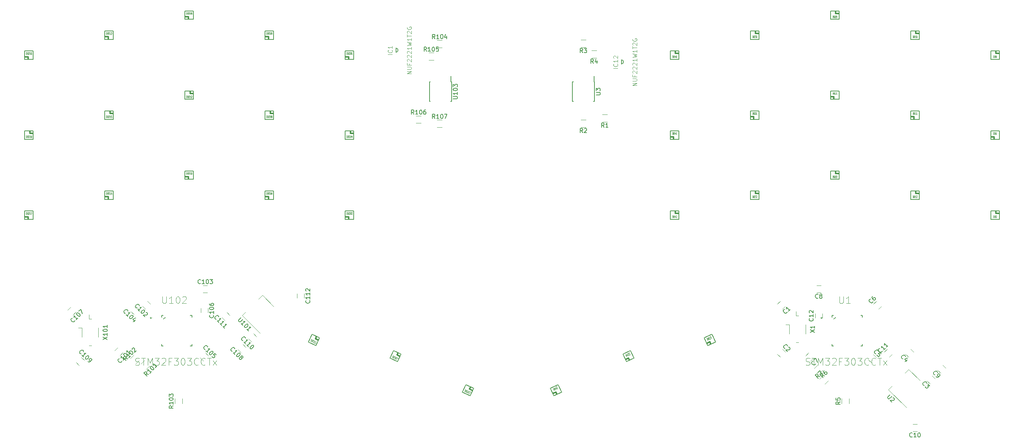
<source format=gbr>
G04 #@! TF.GenerationSoftware,KiCad,Pcbnew,(5.0.0)*
G04 #@! TF.CreationDate,2018-09-14T16:20:53+02:00*
G04 #@! TF.ProjectId,FNH35_rev1,464E4833355F726576312E6B69636164,rev?*
G04 #@! TF.SameCoordinates,Original*
G04 #@! TF.FileFunction,Legend,Top*
G04 #@! TF.FilePolarity,Positive*
%FSLAX46Y46*%
G04 Gerber Fmt 4.6, Leading zero omitted, Abs format (unit mm)*
G04 Created by KiCad (PCBNEW (5.0.0)) date 09/14/18 16:20:53*
%MOMM*%
%LPD*%
G01*
G04 APERTURE LIST*
%ADD10C,0.120000*%
%ADD11C,0.150000*%
%ADD12C,0.350000*%
%ADD13C,0.152400*%
%ADD14C,0.203200*%
%ADD15C,0.074930*%
%ADD16C,0.050000*%
G04 APERTURE END LIST*
D10*
G04 #@! TO.C,C101*
X-77558737Y-105339289D02*
X-78265844Y-106046396D01*
X-77063763Y-107248477D02*
X-76356656Y-106541370D01*
G04 #@! TO.C,C104*
X-74455844Y-96767487D02*
X-73748737Y-97474594D01*
X-72546656Y-96272513D02*
X-73253763Y-95565406D01*
D11*
G04 #@! TO.C,DB302*
X-21498750Y-72818750D02*
X-21498750Y-74818750D01*
X-23498750Y-72818750D02*
X-21498750Y-72818750D01*
X-23498750Y-74818750D02*
X-23498750Y-72818750D01*
X-21498750Y-74818750D02*
X-23498750Y-74818750D01*
D12*
X-22698750Y-74218750D02*
X-22698750Y-74718750D01*
X-23398750Y-74218750D02*
X-22698750Y-74218750D01*
G04 #@! TO.C,DB316*
X-99598750Y-36118750D02*
X-98898750Y-36118750D01*
X-98898750Y-36118750D02*
X-98898750Y-36618750D01*
D11*
X-97698750Y-36718750D02*
X-99698750Y-36718750D01*
X-99698750Y-36718750D02*
X-99698750Y-34718750D01*
X-99698750Y-34718750D02*
X-97698750Y-34718750D01*
X-97698750Y-34718750D02*
X-97698750Y-36718750D01*
G04 #@! TO.C,DB314*
X-78648750Y-68056250D02*
X-78648750Y-70056250D01*
X-80648750Y-68056250D02*
X-78648750Y-68056250D01*
X-80648750Y-70056250D02*
X-80648750Y-68056250D01*
X-78648750Y-70056250D02*
X-80648750Y-70056250D01*
D12*
X-79848750Y-69456250D02*
X-79848750Y-69956250D01*
X-80548750Y-69456250D02*
X-79848750Y-69456250D01*
D10*
G04 #@! TO.C,R107*
X-461250Y-52930000D02*
X-1661250Y-52930000D01*
X-1661250Y-51170000D02*
X-461250Y-51170000D01*
G04 #@! TO.C,R103*
X-62258750Y-117510000D02*
X-62258750Y-118710000D01*
X-64018750Y-118710000D02*
X-64018750Y-117510000D01*
D13*
G04 #@! TO.C,U102*
X-67151950Y-104571800D02*
X-67151950Y-104952800D01*
X-67151950Y-97739200D02*
X-67151950Y-98120200D01*
X-59938350Y-97739200D02*
X-60319350Y-97739200D01*
X-59938350Y-104952800D02*
X-59938350Y-104571800D01*
X-67151950Y-104952800D02*
X-66770950Y-104952800D01*
X-66694750Y-98577400D02*
X-66313750Y-98196400D01*
X-60319350Y-104952800D02*
X-59938350Y-104952800D01*
X-59938350Y-98120200D02*
X-59938350Y-97739200D01*
X-66770950Y-97739200D02*
X-67151950Y-97739200D01*
D10*
G04 #@! TO.C,X101*
X-84417751Y-97527000D02*
X-84417750Y-98527000D01*
X-84417750Y-98527000D02*
X-83817750Y-98527000D01*
X-83817750Y-104927000D02*
X-84417750Y-104927000D01*
X-82167750Y-100627000D02*
X-82167750Y-102827000D01*
X-86067750Y-102827000D02*
X-86067750Y-100627000D01*
X-86067750Y-100627000D02*
X-86917750Y-100627001D01*
D11*
G04 #@! TO.C,U103*
X1772130Y-42088445D02*
X1647130Y-42088445D01*
X1772130Y-46738445D02*
X1547130Y-46738445D01*
X-3477870Y-46738445D02*
X-3252870Y-46738445D01*
X-3477870Y-42088445D02*
X-3252870Y-42088445D01*
X1772130Y-42088445D02*
X1772130Y-46738445D01*
X-3477870Y-42088445D02*
X-3477870Y-46738445D01*
X1647130Y-42088445D02*
X1647130Y-40738445D01*
D10*
G04 #@! TO.C,U101*
X-43194109Y-92889739D02*
X-44085063Y-93780693D01*
X-48016577Y-97712207D02*
X-47125623Y-96821253D01*
X-40535387Y-95548460D02*
X-43194109Y-92889739D01*
X-43766865Y-101961919D02*
X-48016577Y-97712207D01*
G04 #@! TO.C,R102*
X-74547768Y-107954510D02*
X-73699240Y-107105982D01*
X-72454732Y-108350490D02*
X-73303260Y-109199018D01*
G04 #@! TO.C,R104*
X-1661250Y-32170000D02*
X-461250Y-32170000D01*
X-461250Y-33930000D02*
X-1661250Y-33930000D01*
G04 #@! TO.C,R105*
X-2461250Y-36930000D02*
X-3661250Y-36930000D01*
X-3661250Y-35170000D02*
X-2461250Y-35170000D01*
G04 #@! TO.C,C102*
X-69804156Y-95002513D02*
X-70511263Y-94295406D01*
X-71713344Y-95497487D02*
X-71006237Y-96204594D01*
G04 #@! TO.C,R101*
X-72007768Y-109224510D02*
X-71159240Y-108375982D01*
X-69914732Y-109620490D02*
X-70763260Y-110469018D01*
D11*
G04 #@! TO.C,DB317*
X-97698750Y-72818750D02*
X-97698750Y-74818750D01*
X-99698750Y-72818750D02*
X-97698750Y-72818750D01*
X-99698750Y-74818750D02*
X-99698750Y-72818750D01*
X-97698750Y-74818750D02*
X-99698750Y-74818750D01*
D12*
X-98898750Y-74218750D02*
X-98898750Y-74718750D01*
X-99598750Y-74218750D02*
X-98898750Y-74218750D01*
D11*
G04 #@! TO.C,DB303*
X4357319Y-115990037D02*
X5202555Y-114177421D01*
X6169935Y-116835273D02*
X4357319Y-115990037D01*
X7015171Y-115022657D02*
X6169935Y-116835273D01*
X5202555Y-114177421D02*
X7015171Y-115022657D01*
D12*
X6036554Y-115228348D02*
X6247863Y-114775194D01*
X6670969Y-115524180D02*
X6036554Y-115228348D01*
D11*
G04 #@! TO.C,DB318*
X-99698750Y-55768750D02*
X-99698750Y-53768750D01*
X-97698750Y-55768750D02*
X-99698750Y-55768750D01*
X-97698750Y-53768750D02*
X-97698750Y-55768750D01*
X-99698750Y-53768750D02*
X-97698750Y-53768750D01*
D12*
X-98498750Y-54368750D02*
X-98498750Y-53868750D01*
X-97798750Y-54368750D02*
X-98498750Y-54368750D01*
D10*
G04 #@! TO.C,C108*
X-49019363Y-105789034D02*
X-48312256Y-106496141D01*
X-47110175Y-105294060D02*
X-47817282Y-104586953D01*
G04 #@! TO.C,C105*
X-56036656Y-107316396D02*
X-56743763Y-106609289D01*
X-57945844Y-107811370D02*
X-57238737Y-108518477D01*
G04 #@! TO.C,C103*
X-57288750Y-92290000D02*
X-56288750Y-92290000D01*
X-56288750Y-90590000D02*
X-57288750Y-90590000D01*
D12*
G04 #@! TO.C,DB311*
X-29928139Y-103552357D02*
X-30562554Y-103256525D01*
X-30562554Y-103256525D02*
X-30351245Y-102803371D01*
D11*
X-31396553Y-102205598D02*
X-29583937Y-103050834D01*
X-29583937Y-103050834D02*
X-30429173Y-104863450D01*
X-30429173Y-104863450D02*
X-32241789Y-104018214D01*
X-32241789Y-104018214D02*
X-31396553Y-102205598D01*
G04 #@! TO.C,DB305*
X-40548750Y-29956250D02*
X-40548750Y-31956250D01*
X-42548750Y-29956250D02*
X-40548750Y-29956250D01*
X-42548750Y-31956250D02*
X-42548750Y-29956250D01*
X-40548750Y-31956250D02*
X-42548750Y-31956250D01*
D12*
X-41748750Y-31356250D02*
X-41748750Y-31856250D01*
X-42448750Y-31356250D02*
X-41748750Y-31356250D01*
G04 #@! TO.C,DB308*
X-40648750Y-49606250D02*
X-41348750Y-49606250D01*
X-41348750Y-49606250D02*
X-41348750Y-49106250D01*
D11*
X-42548750Y-49006250D02*
X-40548750Y-49006250D01*
X-40548750Y-49006250D02*
X-40548750Y-51006250D01*
X-40548750Y-51006250D02*
X-42548750Y-51006250D01*
X-42548750Y-51006250D02*
X-42548750Y-49006250D01*
D10*
G04 #@! TO.C,C111*
X-50920175Y-97674060D02*
X-51627282Y-96966953D01*
X-52829363Y-98169034D02*
X-52122256Y-98876141D01*
D11*
G04 #@! TO.C,DB304*
X-23498750Y-55768750D02*
X-23498750Y-53768750D01*
X-21498750Y-55768750D02*
X-23498750Y-55768750D01*
X-21498750Y-53768750D02*
X-21498750Y-55768750D01*
X-23498750Y-53768750D02*
X-21498750Y-53768750D01*
D12*
X-22298750Y-54368750D02*
X-22298750Y-53868750D01*
X-21598750Y-54368750D02*
X-22298750Y-54368750D01*
D11*
G04 #@! TO.C,DB312*
X-61598750Y-46243750D02*
X-61598750Y-44243750D01*
X-59598750Y-46243750D02*
X-61598750Y-46243750D01*
X-59598750Y-44243750D02*
X-59598750Y-46243750D01*
X-61598750Y-44243750D02*
X-59598750Y-44243750D01*
D12*
X-60398750Y-44843750D02*
X-60398750Y-44343750D01*
X-59698750Y-44843750D02*
X-60398750Y-44843750D01*
D11*
G04 #@! TO.C,DB307*
X-12872144Y-107896391D02*
X-12026908Y-106083775D01*
X-11059528Y-108741627D02*
X-12872144Y-107896391D01*
X-10214292Y-106929011D02*
X-11059528Y-108741627D01*
X-12026908Y-106083775D02*
X-10214292Y-106929011D01*
D12*
X-11192909Y-107134702D02*
X-10981600Y-106681548D01*
X-10558494Y-107430534D02*
X-11192909Y-107134702D01*
G04 #@! TO.C,DB315*
X-78748750Y-49606250D02*
X-79448750Y-49606250D01*
X-79448750Y-49606250D02*
X-79448750Y-49106250D01*
D11*
X-80648750Y-49006250D02*
X-78648750Y-49006250D01*
X-78648750Y-49006250D02*
X-78648750Y-51006250D01*
X-78648750Y-51006250D02*
X-80648750Y-51006250D01*
X-80648750Y-51006250D02*
X-80648750Y-49006250D01*
D10*
G04 #@! TO.C,C112*
X-34944769Y-92544047D02*
X-34944769Y-93544047D01*
X-33244769Y-93544047D02*
X-33244769Y-92544047D01*
G04 #@! TO.C,C107*
X-88742737Y-95687406D02*
X-89449844Y-96394513D01*
X-88247763Y-97596594D02*
X-87540656Y-96889487D01*
D12*
G04 #@! TO.C,DB306*
X-42448750Y-69456250D02*
X-41748750Y-69456250D01*
X-41748750Y-69456250D02*
X-41748750Y-69956250D01*
D11*
X-40548750Y-70056250D02*
X-42548750Y-70056250D01*
X-42548750Y-70056250D02*
X-42548750Y-68056250D01*
X-42548750Y-68056250D02*
X-40548750Y-68056250D01*
X-40548750Y-68056250D02*
X-40548750Y-70056250D01*
D10*
G04 #@! TO.C,C109*
X-85540656Y-108394513D02*
X-86247763Y-107687406D01*
X-87449844Y-108889487D02*
X-86742737Y-109596594D01*
D11*
G04 #@! TO.C,DB313*
X-78648750Y-29956250D02*
X-78648750Y-31956250D01*
X-80648750Y-29956250D02*
X-78648750Y-29956250D01*
X-80648750Y-31956250D02*
X-80648750Y-29956250D01*
X-78648750Y-31956250D02*
X-80648750Y-31956250D01*
D12*
X-79848750Y-31356250D02*
X-79848750Y-31856250D01*
X-80548750Y-31356250D02*
X-79848750Y-31356250D01*
G04 #@! TO.C,DB309*
X-61498750Y-26593750D02*
X-60798750Y-26593750D01*
X-60798750Y-26593750D02*
X-60798750Y-27093750D01*
D11*
X-59598750Y-27193750D02*
X-61598750Y-27193750D01*
X-61598750Y-27193750D02*
X-61598750Y-25193750D01*
X-61598750Y-25193750D02*
X-59598750Y-25193750D01*
X-59598750Y-25193750D02*
X-59598750Y-27193750D01*
D12*
G04 #@! TO.C,DB301*
X-23398750Y-36118750D02*
X-22698750Y-36118750D01*
X-22698750Y-36118750D02*
X-22698750Y-36618750D01*
D11*
X-21498750Y-36718750D02*
X-23498750Y-36718750D01*
X-23498750Y-36718750D02*
X-23498750Y-34718750D01*
X-23498750Y-34718750D02*
X-21498750Y-34718750D01*
X-21498750Y-34718750D02*
X-21498750Y-36718750D01*
D10*
G04 #@! TO.C,R106*
X-6661250Y-50170000D02*
X-5461250Y-50170000D01*
X-5461250Y-51930000D02*
X-6661250Y-51930000D01*
G04 #@! TO.C,C106*
X-56141250Y-97020000D02*
X-56141250Y-96020000D01*
X-57841250Y-96020000D02*
X-57841250Y-97020000D01*
G04 #@! TO.C,C110*
X-46479363Y-103249034D02*
X-45772256Y-103956141D01*
X-44570175Y-102754060D02*
X-45277282Y-102046953D01*
D12*
G04 #@! TO.C,DB310*
X-61498750Y-64693750D02*
X-60798750Y-64693750D01*
X-60798750Y-64693750D02*
X-60798750Y-65193750D01*
D11*
X-59598750Y-65293750D02*
X-61598750Y-65293750D01*
X-61598750Y-65293750D02*
X-61598750Y-63293750D01*
X-61598750Y-63293750D02*
X-59598750Y-63293750D01*
X-59598750Y-63293750D02*
X-59598750Y-65293750D01*
G04 #@! TO.C,DB0*
X129968750Y-36718750D02*
X129968750Y-34718750D01*
X131968750Y-36718750D02*
X129968750Y-36718750D01*
X131968750Y-34718750D02*
X131968750Y-36718750D01*
X129968750Y-34718750D02*
X131968750Y-34718750D01*
D12*
X131168750Y-35318750D02*
X131168750Y-34818750D01*
X131868750Y-35318750D02*
X131168750Y-35318750D01*
G04 #@! TO.C,DB42*
X55668750Y-73418750D02*
X54968750Y-73418750D01*
X54968750Y-73418750D02*
X54968750Y-72918750D01*
D11*
X53768750Y-72818750D02*
X55768750Y-72818750D01*
X55768750Y-72818750D02*
X55768750Y-74818750D01*
X55768750Y-74818750D02*
X53768750Y-74818750D01*
X53768750Y-74818750D02*
X53768750Y-72818750D01*
D12*
G04 #@! TO.C,DB12*
X112818750Y-68656250D02*
X112118750Y-68656250D01*
X112118750Y-68656250D02*
X112118750Y-68156250D01*
D11*
X110918750Y-68056250D02*
X112918750Y-68056250D01*
X112918750Y-68056250D02*
X112918750Y-70056250D01*
X112918750Y-70056250D02*
X110918750Y-70056250D01*
X110918750Y-70056250D02*
X110918750Y-68056250D01*
G04 #@! TO.C,DB22*
X91868750Y-65293750D02*
X91868750Y-63293750D01*
X93868750Y-65293750D02*
X91868750Y-65293750D01*
X93868750Y-63293750D02*
X93868750Y-65293750D01*
X91868750Y-63293750D02*
X93868750Y-63293750D01*
D12*
X93068750Y-63893750D02*
X93068750Y-63393750D01*
X93768750Y-63893750D02*
X93068750Y-63893750D01*
G04 #@! TO.C,DB30*
X74718750Y-30556250D02*
X74018750Y-30556250D01*
X74018750Y-30556250D02*
X74018750Y-30056250D01*
D11*
X72818750Y-29956250D02*
X74818750Y-29956250D01*
X74818750Y-29956250D02*
X74818750Y-31956250D01*
X74818750Y-31956250D02*
X72818750Y-31956250D01*
X72818750Y-31956250D02*
X72818750Y-29956250D01*
D12*
G04 #@! TO.C,DB2*
X131868750Y-73418750D02*
X131168750Y-73418750D01*
X131168750Y-73418750D02*
X131168750Y-72918750D01*
D11*
X129968750Y-72818750D02*
X131968750Y-72818750D01*
X131968750Y-72818750D02*
X131968750Y-74818750D01*
X131968750Y-74818750D02*
X129968750Y-74818750D01*
X129968750Y-74818750D02*
X129968750Y-72818750D01*
D12*
G04 #@! TO.C,DB21*
X91968750Y-45643750D02*
X92668750Y-45643750D01*
X92668750Y-45643750D02*
X92668750Y-46143750D01*
D11*
X93868750Y-46243750D02*
X91868750Y-46243750D01*
X91868750Y-46243750D02*
X91868750Y-44243750D01*
X91868750Y-44243750D02*
X93868750Y-44243750D01*
X93868750Y-44243750D02*
X93868750Y-46243750D01*
D12*
G04 #@! TO.C,DB1*
X130068750Y-55168750D02*
X130768750Y-55168750D01*
X130768750Y-55168750D02*
X130768750Y-55668750D01*
D11*
X131968750Y-55768750D02*
X129968750Y-55768750D01*
X129968750Y-55768750D02*
X129968750Y-53768750D01*
X129968750Y-53768750D02*
X131968750Y-53768750D01*
X131968750Y-53768750D02*
X131968750Y-55768750D01*
G04 #@! TO.C,DB11*
X112918750Y-49006250D02*
X112918750Y-51006250D01*
X110918750Y-49006250D02*
X112918750Y-49006250D01*
X110918750Y-51006250D02*
X110918750Y-49006250D01*
X112918750Y-51006250D02*
X110918750Y-51006250D01*
D12*
X111718750Y-50406250D02*
X111718750Y-50906250D01*
X111018750Y-50406250D02*
X111718750Y-50406250D01*
D11*
G04 #@! TO.C,DB31*
X74818750Y-49006250D02*
X74818750Y-51006250D01*
X72818750Y-49006250D02*
X74818750Y-49006250D01*
X72818750Y-51006250D02*
X72818750Y-49006250D01*
X74818750Y-51006250D02*
X72818750Y-51006250D01*
D12*
X73618750Y-50406250D02*
X73618750Y-50906250D01*
X72918750Y-50406250D02*
X73618750Y-50406250D01*
D11*
G04 #@! TO.C,DB32*
X72818750Y-70056250D02*
X72818750Y-68056250D01*
X74818750Y-70056250D02*
X72818750Y-70056250D01*
X74818750Y-68056250D02*
X74818750Y-70056250D01*
X72818750Y-68056250D02*
X74818750Y-68056250D01*
D12*
X74018750Y-68656250D02*
X74018750Y-68156250D01*
X74718750Y-68656250D02*
X74018750Y-68656250D01*
D11*
G04 #@! TO.C,DB40*
X53768750Y-36718750D02*
X53768750Y-34718750D01*
X55768750Y-36718750D02*
X53768750Y-36718750D01*
X55768750Y-34718750D02*
X55768750Y-36718750D01*
X53768750Y-34718750D02*
X55768750Y-34718750D01*
D12*
X54968750Y-35318750D02*
X54968750Y-34818750D01*
X55668750Y-35318750D02*
X54968750Y-35318750D01*
G04 #@! TO.C,DB10*
X112818750Y-30556250D02*
X112118750Y-30556250D01*
X112118750Y-30556250D02*
X112118750Y-30056250D01*
D11*
X110918750Y-29956250D02*
X112918750Y-29956250D01*
X112918750Y-29956250D02*
X112918750Y-31956250D01*
X112918750Y-31956250D02*
X110918750Y-31956250D01*
X110918750Y-31956250D02*
X110918750Y-29956250D01*
G04 #@! TO.C,DB20*
X91868750Y-27193750D02*
X91868750Y-25193750D01*
X93868750Y-27193750D02*
X91868750Y-27193750D01*
X93868750Y-25193750D02*
X93868750Y-27193750D01*
X91868750Y-25193750D02*
X93868750Y-25193750D01*
D12*
X93068750Y-25793750D02*
X93068750Y-25293750D01*
X93768750Y-25793750D02*
X93068750Y-25793750D01*
G04 #@! TO.C,DB33*
X43166588Y-108155581D02*
X43801004Y-107859748D01*
X43801004Y-107859748D02*
X44012313Y-108312902D01*
D11*
X45142144Y-107896391D02*
X43329528Y-108741627D01*
X43329528Y-108741627D02*
X42484292Y-106929011D01*
X42484292Y-106929011D02*
X44296908Y-106083775D01*
X44296908Y-106083775D02*
X45142144Y-107896391D01*
D12*
G04 #@! TO.C,DB41*
X53868750Y-55168750D02*
X54568750Y-55168750D01*
X54568750Y-55168750D02*
X54568750Y-55668750D01*
D11*
X55768750Y-55768750D02*
X53768750Y-55768750D01*
X53768750Y-55768750D02*
X53768750Y-53768750D01*
X53768750Y-53768750D02*
X55768750Y-53768750D01*
X55768750Y-53768750D02*
X55768750Y-55768750D01*
D12*
G04 #@! TO.C,DB43*
X25937125Y-116249227D02*
X26571541Y-115953394D01*
X26571541Y-115953394D02*
X26782850Y-116406548D01*
D11*
X27912681Y-115990037D02*
X26100065Y-116835273D01*
X26100065Y-116835273D02*
X25254829Y-115022657D01*
X25254829Y-115022657D02*
X27067445Y-114177421D01*
X27067445Y-114177421D02*
X27912681Y-115990037D01*
G04 #@! TO.C,DB23*
X63666553Y-102205598D02*
X64511789Y-104018214D01*
X61853937Y-103050834D02*
X63666553Y-102205598D01*
X62699173Y-104863450D02*
X61853937Y-103050834D01*
X64511789Y-104018214D02*
X62699173Y-104863450D01*
D12*
X63170649Y-103981571D02*
X63381958Y-104434725D01*
X62536233Y-104277404D02*
X63170649Y-103981571D01*
D10*
G04 #@! TO.C,C1*
X80416237Y-96204594D02*
X81123344Y-95497487D01*
X79921263Y-94295406D02*
X79214156Y-95002513D01*
G04 #@! TO.C,C3*
X116683344Y-112782513D02*
X115976237Y-112075406D01*
X114774156Y-113277487D02*
X115481263Y-113984594D01*
G04 #@! TO.C,C5*
X100804156Y-108197487D02*
X101511263Y-108904594D01*
X102713344Y-107702513D02*
X102006237Y-106995406D01*
G04 #@! TO.C,C7*
X86657380Y-106609289D02*
X85950273Y-107316396D01*
X87152354Y-108518477D02*
X87859461Y-107811370D01*
G04 #@! TO.C,C4*
X109694156Y-106927487D02*
X110401263Y-107634594D01*
X111603344Y-106432513D02*
X110896237Y-105725406D01*
G04 #@! TO.C,C8*
X88558750Y-92290000D02*
X89558750Y-92290000D01*
X89558750Y-90590000D02*
X88558750Y-90590000D01*
G04 #@! TO.C,C11*
X105321263Y-105725406D02*
X104614156Y-106432513D01*
X105816237Y-107634594D02*
X106523344Y-106927487D01*
G04 #@! TO.C,C2*
X79214156Y-106927487D02*
X79921263Y-107634594D01*
X81123344Y-106432513D02*
X80416237Y-105725406D01*
G04 #@! TO.C,C9*
X119223344Y-110242513D02*
X118516237Y-109535406D01*
X117314156Y-110737487D02*
X118021263Y-111444594D01*
G04 #@! TO.C,C6*
X102781263Y-94295406D02*
X102074156Y-95002513D01*
X103276237Y-96204594D02*
X103983344Y-95497487D01*
G04 #@! TO.C,C12*
X89908750Y-98290000D02*
X89908750Y-97290000D01*
X88208750Y-97290000D02*
X88208750Y-98290000D01*
G04 #@! TO.C,C10*
X111418750Y-125310000D02*
X112418750Y-125310000D01*
X112418750Y-123610000D02*
X111418750Y-123610000D01*
G04 #@! TO.C,R2*
X32522871Y-51153445D02*
X33722871Y-51153445D01*
X33722871Y-52913445D02*
X32522871Y-52913445D01*
G04 #@! TO.C,R6*
X90105268Y-110687990D02*
X89256740Y-111536518D01*
X88012232Y-110292010D02*
X88860760Y-109443482D01*
D13*
G04 #@! TO.C,U1*
X92589350Y-97739200D02*
X92208350Y-97739200D01*
X99421950Y-98120200D02*
X99421950Y-97739200D01*
X99040950Y-104952800D02*
X99421950Y-104952800D01*
X92665550Y-98577400D02*
X93046550Y-98196400D01*
X92208350Y-104952800D02*
X92589350Y-104952800D01*
X99421950Y-104952800D02*
X99421950Y-104571800D01*
X99421950Y-97739200D02*
X99040950Y-97739200D01*
X92208350Y-97739200D02*
X92208350Y-98120200D01*
X92208350Y-104571800D02*
X92208350Y-104952800D01*
D10*
G04 #@! TO.C,R1*
X38802871Y-51643445D02*
X37602871Y-51643445D01*
X37602871Y-49883445D02*
X38802871Y-49883445D01*
G04 #@! TO.C,R3*
X33722870Y-33863444D02*
X32522870Y-33863444D01*
X32522870Y-32103444D02*
X33722870Y-32103444D01*
G04 #@! TO.C,R4*
X35062870Y-34643445D02*
X36262870Y-34643445D01*
X36262870Y-36403445D02*
X35062870Y-36403445D01*
G04 #@! TO.C,R7*
X91375268Y-113227990D02*
X90526740Y-114076518D01*
X89282232Y-112832010D02*
X90130760Y-111983482D01*
G04 #@! TO.C,U2*
X109866654Y-119610372D02*
X105616942Y-115360660D01*
X113098132Y-113196913D02*
X110439410Y-110538192D01*
X105616942Y-115360660D02*
X106507896Y-114469706D01*
X110439410Y-110538192D02*
X109548456Y-111429146D01*
D11*
G04 #@! TO.C,U3*
X35622870Y-42088445D02*
X35622870Y-40738445D01*
X30497870Y-42088445D02*
X30497870Y-46738445D01*
X35747870Y-42088445D02*
X35747870Y-46738445D01*
X30497870Y-42088445D02*
X30722870Y-42088445D01*
X30497870Y-46738445D02*
X30722870Y-46738445D01*
X35747870Y-46738445D02*
X35522870Y-46738445D01*
X35747870Y-42088445D02*
X35622870Y-42088445D01*
D10*
G04 #@! TO.C,R5*
X94528750Y-118710000D02*
X94528750Y-117510000D01*
X96288750Y-117510000D02*
X96288750Y-118710000D01*
G04 #@! TO.C,X1*
X82028750Y-99865000D02*
X81178750Y-99865001D01*
X82028750Y-102065000D02*
X82028750Y-99865000D01*
X85928750Y-99865000D02*
X85928750Y-102065000D01*
X84278750Y-104165000D02*
X83678750Y-104165000D01*
X83678750Y-97765000D02*
X84278750Y-97765000D01*
X83678749Y-96765000D02*
X83678750Y-97765000D01*
D14*
G04 #@! TO.C,IC1*
X-11457650Y-35044000D02*
G75*
G03X-11457650Y-34044000I0J500000D01*
G01*
X-11457650Y-34020600D02*
X-11457650Y-34044000D01*
X-11457650Y-34044000D02*
X-11457650Y-35044000D01*
X-11457650Y-35044000D02*
X-11457650Y-35067400D01*
G04 #@! TO.C,IC12*
X42136350Y-37838000D02*
G75*
G03X42136350Y-36838000I0J500000D01*
G01*
X42136350Y-36814600D02*
X42136350Y-36838000D01*
X42136350Y-36838000D02*
X42136350Y-37838000D01*
X42136350Y-37838000D02*
X42136350Y-37861400D01*
G04 #@! TO.C,C101*
D11*
X-76612561Y-108575144D02*
X-76612561Y-108642487D01*
X-76679904Y-108777174D01*
X-76747248Y-108844518D01*
X-76881935Y-108911861D01*
X-77016622Y-108911861D01*
X-77117637Y-108878190D01*
X-77285996Y-108777174D01*
X-77387011Y-108676159D01*
X-77488026Y-108507800D01*
X-77521698Y-108406785D01*
X-77521698Y-108272098D01*
X-77454354Y-108137411D01*
X-77387011Y-108070068D01*
X-77252324Y-108002724D01*
X-77184980Y-108002724D01*
X-75871782Y-107969052D02*
X-76275843Y-108373113D01*
X-76073813Y-108171083D02*
X-76780919Y-107463976D01*
X-76747248Y-107632335D01*
X-76747248Y-107767022D01*
X-76780919Y-107868037D01*
X-76141156Y-106824213D02*
X-76073813Y-106756869D01*
X-75972797Y-106723197D01*
X-75905454Y-106723197D01*
X-75804438Y-106756869D01*
X-75636080Y-106857884D01*
X-75467721Y-107026243D01*
X-75366706Y-107194602D01*
X-75333034Y-107295617D01*
X-75333034Y-107362961D01*
X-75366706Y-107463976D01*
X-75434049Y-107531320D01*
X-75535064Y-107564991D01*
X-75602408Y-107564991D01*
X-75703423Y-107531320D01*
X-75871782Y-107430304D01*
X-76040141Y-107261945D01*
X-76141156Y-107093587D01*
X-76174828Y-106992571D01*
X-76174828Y-106925228D01*
X-76141156Y-106824213D01*
X-74524912Y-106622182D02*
X-74928973Y-107026243D01*
X-74726942Y-106824213D02*
X-75434049Y-106117106D01*
X-75400377Y-106285465D01*
X-75400377Y-106420152D01*
X-75434049Y-106521167D01*
G04 #@! TO.C,C104*
X-75782511Y-97218688D02*
X-75849854Y-97218688D01*
X-75984541Y-97151345D01*
X-76051885Y-97084001D01*
X-76119228Y-96949314D01*
X-76119228Y-96814627D01*
X-76085557Y-96713612D01*
X-75984541Y-96545253D01*
X-75883526Y-96444238D01*
X-75715167Y-96343223D01*
X-75614152Y-96309551D01*
X-75479465Y-96309551D01*
X-75344778Y-96376895D01*
X-75277435Y-96444238D01*
X-75210091Y-96578925D01*
X-75210091Y-96646269D01*
X-75176419Y-97959467D02*
X-75580480Y-97555406D01*
X-75378450Y-97757437D02*
X-74671343Y-97050330D01*
X-74839702Y-97084001D01*
X-74974389Y-97084001D01*
X-75075404Y-97050330D01*
X-74031580Y-97690093D02*
X-73964236Y-97757437D01*
X-73930564Y-97858452D01*
X-73930564Y-97925795D01*
X-73964236Y-98026811D01*
X-74065251Y-98195169D01*
X-74233610Y-98363528D01*
X-74401969Y-98464543D01*
X-74502984Y-98498215D01*
X-74570328Y-98498215D01*
X-74671343Y-98464543D01*
X-74738687Y-98397200D01*
X-74772358Y-98296185D01*
X-74772358Y-98228841D01*
X-74738687Y-98127826D01*
X-74637671Y-97959467D01*
X-74469312Y-97791108D01*
X-74300954Y-97690093D01*
X-74199938Y-97656421D01*
X-74132595Y-97656421D01*
X-74031580Y-97690093D01*
X-73425488Y-98767589D02*
X-73896893Y-99238994D01*
X-73324473Y-98329856D02*
X-73997908Y-98666574D01*
X-73560175Y-99104307D01*
G04 #@! TO.C,DB302*
D15*
X-23155279Y-73645112D02*
X-23155279Y-73144732D01*
X-23083917Y-73144732D01*
X-23041100Y-73168560D01*
X-23012555Y-73216215D01*
X-22998283Y-73263870D01*
X-22984010Y-73359180D01*
X-22984010Y-73430663D01*
X-22998283Y-73525974D01*
X-23012555Y-73573629D01*
X-23041100Y-73621284D01*
X-23083917Y-73645112D01*
X-23155279Y-73645112D01*
X-22755652Y-73383008D02*
X-22712835Y-73406836D01*
X-22698563Y-73430663D01*
X-22684290Y-73478319D01*
X-22684290Y-73549801D01*
X-22698563Y-73597457D01*
X-22712835Y-73621284D01*
X-22741380Y-73645112D01*
X-22855559Y-73645112D01*
X-22855559Y-73144732D01*
X-22755652Y-73144732D01*
X-22727108Y-73168560D01*
X-22712835Y-73192387D01*
X-22698563Y-73240042D01*
X-22698563Y-73287698D01*
X-22712835Y-73335353D01*
X-22727108Y-73359180D01*
X-22755652Y-73383008D01*
X-22855559Y-73383008D01*
X-22584384Y-73144732D02*
X-22398843Y-73144732D01*
X-22498750Y-73335353D01*
X-22455932Y-73335353D01*
X-22427388Y-73359180D01*
X-22413115Y-73383008D01*
X-22398843Y-73430663D01*
X-22398843Y-73549801D01*
X-22413115Y-73597457D01*
X-22427388Y-73621284D01*
X-22455932Y-73645112D01*
X-22541567Y-73645112D01*
X-22570111Y-73621284D01*
X-22584384Y-73597457D01*
X-22213302Y-73144732D02*
X-22184757Y-73144732D01*
X-22156212Y-73168560D01*
X-22141940Y-73192387D01*
X-22127668Y-73240042D01*
X-22113395Y-73335353D01*
X-22113395Y-73454491D01*
X-22127668Y-73549801D01*
X-22141940Y-73597457D01*
X-22156212Y-73621284D01*
X-22184757Y-73645112D01*
X-22213302Y-73645112D01*
X-22241847Y-73621284D01*
X-22256119Y-73597457D01*
X-22270391Y-73549801D01*
X-22284664Y-73454491D01*
X-22284664Y-73335353D01*
X-22270391Y-73240042D01*
X-22256119Y-73192387D01*
X-22241847Y-73168560D01*
X-22213302Y-73144732D01*
X-21999216Y-73192387D02*
X-21984944Y-73168560D01*
X-21956399Y-73144732D01*
X-21885037Y-73144732D01*
X-21856492Y-73168560D01*
X-21842220Y-73192387D01*
X-21827948Y-73240042D01*
X-21827948Y-73287698D01*
X-21842220Y-73359180D01*
X-22013489Y-73645112D01*
X-21827948Y-73645112D01*
G04 #@! TO.C,DB316*
X-99355279Y-35545112D02*
X-99355279Y-35044732D01*
X-99283917Y-35044732D01*
X-99241100Y-35068560D01*
X-99212555Y-35116215D01*
X-99198283Y-35163870D01*
X-99184010Y-35259180D01*
X-99184010Y-35330663D01*
X-99198283Y-35425974D01*
X-99212555Y-35473629D01*
X-99241100Y-35521284D01*
X-99283917Y-35545112D01*
X-99355279Y-35545112D01*
X-98955652Y-35283008D02*
X-98912835Y-35306836D01*
X-98898563Y-35330663D01*
X-98884290Y-35378319D01*
X-98884290Y-35449801D01*
X-98898563Y-35497457D01*
X-98912835Y-35521284D01*
X-98941380Y-35545112D01*
X-99055559Y-35545112D01*
X-99055559Y-35044732D01*
X-98955652Y-35044732D01*
X-98927108Y-35068560D01*
X-98912835Y-35092387D01*
X-98898563Y-35140042D01*
X-98898563Y-35187698D01*
X-98912835Y-35235353D01*
X-98927108Y-35259180D01*
X-98955652Y-35283008D01*
X-99055559Y-35283008D01*
X-98784384Y-35044732D02*
X-98598843Y-35044732D01*
X-98698750Y-35235353D01*
X-98655932Y-35235353D01*
X-98627388Y-35259180D01*
X-98613115Y-35283008D01*
X-98598843Y-35330663D01*
X-98598843Y-35449801D01*
X-98613115Y-35497457D01*
X-98627388Y-35521284D01*
X-98655932Y-35545112D01*
X-98741567Y-35545112D01*
X-98770111Y-35521284D01*
X-98784384Y-35497457D01*
X-98313395Y-35545112D02*
X-98484664Y-35545112D01*
X-98399030Y-35545112D02*
X-98399030Y-35044732D01*
X-98427574Y-35116215D01*
X-98456119Y-35163870D01*
X-98484664Y-35187698D01*
X-98056492Y-35044732D02*
X-98113582Y-35044732D01*
X-98142127Y-35068560D01*
X-98156399Y-35092387D01*
X-98184944Y-35163870D01*
X-98199216Y-35259180D01*
X-98199216Y-35449801D01*
X-98184944Y-35497457D01*
X-98170671Y-35521284D01*
X-98142127Y-35545112D01*
X-98085037Y-35545112D01*
X-98056492Y-35521284D01*
X-98042220Y-35497457D01*
X-98027948Y-35449801D01*
X-98027948Y-35330663D01*
X-98042220Y-35283008D01*
X-98056492Y-35259180D01*
X-98085037Y-35235353D01*
X-98142127Y-35235353D01*
X-98170671Y-35259180D01*
X-98184944Y-35283008D01*
X-98199216Y-35330663D01*
G04 #@! TO.C,DB314*
X-80305279Y-68882612D02*
X-80305279Y-68382232D01*
X-80233917Y-68382232D01*
X-80191100Y-68406060D01*
X-80162555Y-68453715D01*
X-80148283Y-68501370D01*
X-80134010Y-68596680D01*
X-80134010Y-68668163D01*
X-80148283Y-68763474D01*
X-80162555Y-68811129D01*
X-80191100Y-68858784D01*
X-80233917Y-68882612D01*
X-80305279Y-68882612D01*
X-79905652Y-68620508D02*
X-79862835Y-68644336D01*
X-79848563Y-68668163D01*
X-79834290Y-68715819D01*
X-79834290Y-68787301D01*
X-79848563Y-68834957D01*
X-79862835Y-68858784D01*
X-79891380Y-68882612D01*
X-80005559Y-68882612D01*
X-80005559Y-68382232D01*
X-79905652Y-68382232D01*
X-79877108Y-68406060D01*
X-79862835Y-68429887D01*
X-79848563Y-68477542D01*
X-79848563Y-68525198D01*
X-79862835Y-68572853D01*
X-79877108Y-68596680D01*
X-79905652Y-68620508D01*
X-80005559Y-68620508D01*
X-79734384Y-68382232D02*
X-79548843Y-68382232D01*
X-79648750Y-68572853D01*
X-79605932Y-68572853D01*
X-79577388Y-68596680D01*
X-79563115Y-68620508D01*
X-79548843Y-68668163D01*
X-79548843Y-68787301D01*
X-79563115Y-68834957D01*
X-79577388Y-68858784D01*
X-79605932Y-68882612D01*
X-79691567Y-68882612D01*
X-79720111Y-68858784D01*
X-79734384Y-68834957D01*
X-79263395Y-68882612D02*
X-79434664Y-68882612D01*
X-79349030Y-68882612D02*
X-79349030Y-68382232D01*
X-79377574Y-68453715D01*
X-79406119Y-68501370D01*
X-79434664Y-68525198D01*
X-79006492Y-68549025D02*
X-79006492Y-68882612D01*
X-79077854Y-68358404D02*
X-79149216Y-68715819D01*
X-78963675Y-68715819D01*
G04 #@! TO.C,R107*
D11*
X-2180297Y-50802380D02*
X-2513630Y-50326190D01*
X-2751726Y-50802380D02*
X-2751726Y-49802380D01*
X-2370773Y-49802380D01*
X-2275535Y-49850000D01*
X-2227916Y-49897619D01*
X-2180297Y-49992857D01*
X-2180297Y-50135714D01*
X-2227916Y-50230952D01*
X-2275535Y-50278571D01*
X-2370773Y-50326190D01*
X-2751726Y-50326190D01*
X-1227916Y-50802380D02*
X-1799345Y-50802380D01*
X-1513630Y-50802380D02*
X-1513630Y-49802380D01*
X-1608869Y-49945238D01*
X-1704107Y-50040476D01*
X-1799345Y-50088095D01*
X-608869Y-49802380D02*
X-513630Y-49802380D01*
X-418392Y-49850000D01*
X-370773Y-49897619D01*
X-323154Y-49992857D01*
X-275535Y-50183333D01*
X-275535Y-50421428D01*
X-323154Y-50611904D01*
X-370773Y-50707142D01*
X-418392Y-50754761D01*
X-513630Y-50802380D01*
X-608869Y-50802380D01*
X-704107Y-50754761D01*
X-751726Y-50707142D01*
X-799345Y-50611904D01*
X-846964Y-50421428D01*
X-846964Y-50183333D01*
X-799345Y-49992857D01*
X-751726Y-49897619D01*
X-704107Y-49850000D01*
X-608869Y-49802380D01*
X57797Y-49802380D02*
X724464Y-49802380D01*
X295892Y-50802380D01*
G04 #@! TO.C,R103*
X-64386369Y-119229047D02*
X-64862559Y-119562380D01*
X-64386369Y-119800476D02*
X-65386369Y-119800476D01*
X-65386369Y-119419523D01*
X-65338750Y-119324285D01*
X-65291130Y-119276666D01*
X-65195892Y-119229047D01*
X-65053035Y-119229047D01*
X-64957797Y-119276666D01*
X-64910178Y-119324285D01*
X-64862559Y-119419523D01*
X-64862559Y-119800476D01*
X-64386369Y-118276666D02*
X-64386369Y-118848095D01*
X-64386369Y-118562380D02*
X-65386369Y-118562380D01*
X-65243511Y-118657619D01*
X-65148273Y-118752857D01*
X-65100654Y-118848095D01*
X-65386369Y-117657619D02*
X-65386369Y-117562380D01*
X-65338750Y-117467142D01*
X-65291130Y-117419523D01*
X-65195892Y-117371904D01*
X-65005416Y-117324285D01*
X-64767321Y-117324285D01*
X-64576845Y-117371904D01*
X-64481607Y-117419523D01*
X-64433988Y-117467142D01*
X-64386369Y-117562380D01*
X-64386369Y-117657619D01*
X-64433988Y-117752857D01*
X-64481607Y-117800476D01*
X-64576845Y-117848095D01*
X-64767321Y-117895714D01*
X-65005416Y-117895714D01*
X-65195892Y-117848095D01*
X-65291130Y-117800476D01*
X-65338750Y-117752857D01*
X-65386369Y-117657619D01*
X-65386369Y-116990952D02*
X-65386369Y-116371904D01*
X-65005416Y-116705238D01*
X-65005416Y-116562380D01*
X-64957797Y-116467142D01*
X-64910178Y-116419523D01*
X-64814940Y-116371904D01*
X-64576845Y-116371904D01*
X-64481607Y-116419523D01*
X-64433988Y-116467142D01*
X-64386369Y-116562380D01*
X-64386369Y-116848095D01*
X-64433988Y-116943333D01*
X-64481607Y-116990952D01*
G04 #@! TO.C,U102*
D16*
X-66976325Y-93184767D02*
X-66976325Y-94516329D01*
X-66897997Y-94672983D01*
X-66819670Y-94751310D01*
X-66663016Y-94829637D01*
X-66349707Y-94829637D01*
X-66193053Y-94751310D01*
X-66114726Y-94672983D01*
X-66036399Y-94516329D01*
X-66036399Y-93184767D01*
X-64391529Y-94829637D02*
X-65331455Y-94829637D01*
X-64861492Y-94829637D02*
X-64861492Y-93184767D01*
X-65018146Y-93419749D01*
X-65174800Y-93576403D01*
X-65331455Y-93654730D01*
X-63373276Y-93184767D02*
X-63216622Y-93184767D01*
X-63059967Y-93263095D01*
X-62981640Y-93341422D01*
X-62903313Y-93498076D01*
X-62824986Y-93811385D01*
X-62824986Y-94203020D01*
X-62903313Y-94516329D01*
X-62981640Y-94672983D01*
X-63059967Y-94751310D01*
X-63216622Y-94829637D01*
X-63373276Y-94829637D01*
X-63529930Y-94751310D01*
X-63608257Y-94672983D01*
X-63686585Y-94516329D01*
X-63764912Y-94203020D01*
X-63764912Y-93811385D01*
X-63686585Y-93498076D01*
X-63608257Y-93341422D01*
X-63529930Y-93263095D01*
X-63373276Y-93184767D01*
X-62198369Y-93341422D02*
X-62120042Y-93263095D01*
X-61963387Y-93184767D01*
X-61571752Y-93184767D01*
X-61415097Y-93263095D01*
X-61336770Y-93341422D01*
X-61258443Y-93498076D01*
X-61258443Y-93654730D01*
X-61336770Y-93889712D01*
X-62276696Y-94829637D01*
X-61258443Y-94829637D01*
X-73365861Y-109447623D02*
X-73130967Y-109525921D01*
X-72739476Y-109525921D01*
X-72582880Y-109447623D01*
X-72504582Y-109369325D01*
X-72426284Y-109212729D01*
X-72426284Y-109056133D01*
X-72504582Y-108899537D01*
X-72582880Y-108821239D01*
X-72739476Y-108742940D01*
X-73052669Y-108664642D01*
X-73209265Y-108586344D01*
X-73287563Y-108508046D01*
X-73365861Y-108351450D01*
X-73365861Y-108194854D01*
X-73287563Y-108038258D01*
X-73209265Y-107959960D01*
X-73052669Y-107881661D01*
X-72661178Y-107881661D01*
X-72426284Y-107959960D01*
X-71956495Y-107881661D02*
X-71016918Y-107881661D01*
X-71486707Y-109525921D02*
X-71486707Y-107881661D01*
X-70468832Y-109525921D02*
X-70468832Y-107881661D01*
X-69920745Y-109056133D01*
X-69372658Y-107881661D01*
X-69372658Y-109525921D01*
X-68746274Y-107881661D02*
X-67728398Y-107881661D01*
X-68276485Y-108508046D01*
X-68041591Y-108508046D01*
X-67884995Y-108586344D01*
X-67806696Y-108664642D01*
X-67728398Y-108821239D01*
X-67728398Y-109212729D01*
X-67806696Y-109369325D01*
X-67884995Y-109447623D01*
X-68041591Y-109525921D01*
X-68511379Y-109525921D01*
X-68667975Y-109447623D01*
X-68746274Y-109369325D01*
X-67102014Y-108038258D02*
X-67023715Y-107959960D01*
X-66867119Y-107881661D01*
X-66475629Y-107881661D01*
X-66319033Y-107959960D01*
X-66240735Y-108038258D01*
X-66162436Y-108194854D01*
X-66162436Y-108351450D01*
X-66240735Y-108586344D01*
X-67180312Y-109525921D01*
X-66162436Y-109525921D01*
X-64909667Y-108664642D02*
X-65457754Y-108664642D01*
X-65457754Y-109525921D02*
X-65457754Y-107881661D01*
X-64674773Y-107881661D01*
X-64204984Y-107881661D02*
X-63187109Y-107881661D01*
X-63735195Y-108508046D01*
X-63500301Y-108508046D01*
X-63343705Y-108586344D01*
X-63265407Y-108664642D01*
X-63187109Y-108821239D01*
X-63187109Y-109212729D01*
X-63265407Y-109369325D01*
X-63343705Y-109447623D01*
X-63500301Y-109525921D01*
X-63970090Y-109525921D01*
X-64126686Y-109447623D01*
X-64204984Y-109369325D01*
X-62169234Y-107881661D02*
X-62012637Y-107881661D01*
X-61856041Y-107959960D01*
X-61777743Y-108038258D01*
X-61699445Y-108194854D01*
X-61621147Y-108508046D01*
X-61621147Y-108899537D01*
X-61699445Y-109212729D01*
X-61777743Y-109369325D01*
X-61856041Y-109447623D01*
X-62012637Y-109525921D01*
X-62169234Y-109525921D01*
X-62325830Y-109447623D01*
X-62404128Y-109369325D01*
X-62482426Y-109212729D01*
X-62560724Y-108899537D01*
X-62560724Y-108508046D01*
X-62482426Y-108194854D01*
X-62404128Y-108038258D01*
X-62325830Y-107959960D01*
X-62169234Y-107881661D01*
X-61073060Y-107881661D02*
X-60055185Y-107881661D01*
X-60603272Y-108508046D01*
X-60368377Y-108508046D01*
X-60211781Y-108586344D01*
X-60133483Y-108664642D01*
X-60055185Y-108821239D01*
X-60055185Y-109212729D01*
X-60133483Y-109369325D01*
X-60211781Y-109447623D01*
X-60368377Y-109525921D01*
X-60838166Y-109525921D01*
X-60994762Y-109447623D01*
X-61073060Y-109369325D01*
X-58410925Y-109369325D02*
X-58489223Y-109447623D01*
X-58724117Y-109525921D01*
X-58880714Y-109525921D01*
X-59115608Y-109447623D01*
X-59272204Y-109291027D01*
X-59350502Y-109134431D01*
X-59428800Y-108821239D01*
X-59428800Y-108586344D01*
X-59350502Y-108273152D01*
X-59272204Y-108116556D01*
X-59115608Y-107959960D01*
X-58880714Y-107881661D01*
X-58724117Y-107881661D01*
X-58489223Y-107959960D01*
X-58410925Y-108038258D01*
X-56766665Y-109369325D02*
X-56844963Y-109447623D01*
X-57079857Y-109525921D01*
X-57236454Y-109525921D01*
X-57471348Y-109447623D01*
X-57627944Y-109291027D01*
X-57706242Y-109134431D01*
X-57784540Y-108821239D01*
X-57784540Y-108586344D01*
X-57706242Y-108273152D01*
X-57627944Y-108116556D01*
X-57471348Y-107959960D01*
X-57236454Y-107881661D01*
X-57079857Y-107881661D01*
X-56844963Y-107959960D01*
X-56766665Y-108038258D01*
X-56296876Y-107881661D02*
X-55357299Y-107881661D01*
X-55827088Y-109525921D02*
X-55827088Y-107881661D01*
X-54965809Y-109525921D02*
X-54104530Y-108429748D01*
X-54965809Y-108429748D02*
X-54104530Y-109525921D01*
X-69724830Y-98051852D02*
X-69724830Y-98289948D01*
X-69962925Y-98194710D02*
X-69724830Y-98289948D01*
X-69486734Y-98194710D01*
X-69867687Y-98480424D02*
X-69724830Y-98289948D01*
X-69581972Y-98480424D01*
G04 #@! TO.C,X101*
D11*
X-81065369Y-103488904D02*
X-80065369Y-102822238D01*
X-81065369Y-102822238D02*
X-80065369Y-103488904D01*
X-80065369Y-101917476D02*
X-80065369Y-102488904D01*
X-80065369Y-102203190D02*
X-81065369Y-102203190D01*
X-80922511Y-102298428D01*
X-80827273Y-102393666D01*
X-80779654Y-102488904D01*
X-81065369Y-101298428D02*
X-81065369Y-101203190D01*
X-81017750Y-101107952D01*
X-80970130Y-101060333D01*
X-80874892Y-101012714D01*
X-80684416Y-100965095D01*
X-80446321Y-100965095D01*
X-80255845Y-101012714D01*
X-80160607Y-101060333D01*
X-80112988Y-101107952D01*
X-80065369Y-101203190D01*
X-80065369Y-101298428D01*
X-80112988Y-101393666D01*
X-80160607Y-101441285D01*
X-80255845Y-101488904D01*
X-80446321Y-101536523D01*
X-80684416Y-101536523D01*
X-80874892Y-101488904D01*
X-80970130Y-101441285D01*
X-81017750Y-101393666D01*
X-81065369Y-101298428D01*
X-80065369Y-100012714D02*
X-80065369Y-100584142D01*
X-80065369Y-100298428D02*
X-81065369Y-100298428D01*
X-80922511Y-100393666D01*
X-80827273Y-100488904D01*
X-80779654Y-100584142D01*
G04 #@! TO.C,U103*
X2149510Y-46127730D02*
X2959034Y-46127730D01*
X3054272Y-46080111D01*
X3101891Y-46032492D01*
X3149510Y-45937254D01*
X3149510Y-45746778D01*
X3101891Y-45651540D01*
X3054272Y-45603921D01*
X2959034Y-45556302D01*
X2149510Y-45556302D01*
X3149510Y-44556302D02*
X3149510Y-45127730D01*
X3149510Y-44842016D02*
X2149510Y-44842016D01*
X2292368Y-44937254D01*
X2387606Y-45032492D01*
X2435225Y-45127730D01*
X2149510Y-43937254D02*
X2149510Y-43842016D01*
X2197130Y-43746778D01*
X2244749Y-43699159D01*
X2339987Y-43651540D01*
X2530463Y-43603921D01*
X2768558Y-43603921D01*
X2959034Y-43651540D01*
X3054272Y-43699159D01*
X3101891Y-43746778D01*
X3149510Y-43842016D01*
X3149510Y-43937254D01*
X3101891Y-44032492D01*
X3054272Y-44080111D01*
X2959034Y-44127730D01*
X2768558Y-44175349D01*
X2530463Y-44175349D01*
X2339987Y-44127730D01*
X2244749Y-44080111D01*
X2197130Y-44032492D01*
X2149510Y-43937254D01*
X2149510Y-43270587D02*
X2149510Y-42651540D01*
X2530463Y-42984873D01*
X2530463Y-42842016D01*
X2578082Y-42746778D01*
X2625701Y-42699159D01*
X2720939Y-42651540D01*
X2959034Y-42651540D01*
X3054272Y-42699159D01*
X3101891Y-42746778D01*
X3149510Y-42842016D01*
X3149510Y-43127730D01*
X3101891Y-43222968D01*
X3054272Y-43270587D01*
G04 #@! TO.C,U101*
X-48261707Y-98234119D02*
X-48834127Y-98806539D01*
X-48867799Y-98907554D01*
X-48867799Y-98974898D01*
X-48834127Y-99075913D01*
X-48699440Y-99210600D01*
X-48598425Y-99244272D01*
X-48531081Y-99244272D01*
X-48430066Y-99210600D01*
X-47857646Y-98638180D01*
X-47857646Y-100052394D02*
X-48261707Y-99648333D01*
X-48059677Y-99850363D02*
X-47352570Y-99143257D01*
X-47520929Y-99176928D01*
X-47655616Y-99176928D01*
X-47756631Y-99143257D01*
X-46712807Y-99783020D02*
X-46645463Y-99850363D01*
X-46611792Y-99951379D01*
X-46611792Y-100018722D01*
X-46645463Y-100119737D01*
X-46746479Y-100288096D01*
X-46914837Y-100456455D01*
X-47083196Y-100557470D01*
X-47184211Y-100591142D01*
X-47251555Y-100591142D01*
X-47352570Y-100557470D01*
X-47419914Y-100490127D01*
X-47453585Y-100389111D01*
X-47453585Y-100321768D01*
X-47419914Y-100220753D01*
X-47318898Y-100052394D01*
X-47150540Y-99884035D01*
X-46982181Y-99783020D01*
X-46881166Y-99749348D01*
X-46813822Y-99749348D01*
X-46712807Y-99783020D01*
X-46510776Y-101399264D02*
X-46914837Y-100995203D01*
X-46712807Y-101197233D02*
X-46005700Y-100490127D01*
X-46174059Y-100523798D01*
X-46308746Y-100523798D01*
X-46409761Y-100490127D01*
G04 #@! TO.C,R102*
X-75174736Y-108061585D02*
X-75747156Y-107960570D01*
X-75578797Y-108465646D02*
X-76285904Y-107758540D01*
X-76016530Y-107489166D01*
X-75915515Y-107455494D01*
X-75848171Y-107455494D01*
X-75747156Y-107489166D01*
X-75646141Y-107590181D01*
X-75612469Y-107691196D01*
X-75612469Y-107758540D01*
X-75646141Y-107859555D01*
X-75915515Y-108128929D01*
X-74501301Y-107388150D02*
X-74905362Y-107792211D01*
X-74703332Y-107590181D02*
X-75410438Y-106883074D01*
X-75376767Y-107051433D01*
X-75376767Y-107186120D01*
X-75410438Y-107287135D01*
X-74770675Y-106243311D02*
X-74703332Y-106175967D01*
X-74602316Y-106142295D01*
X-74534973Y-106142295D01*
X-74433957Y-106175967D01*
X-74265599Y-106276982D01*
X-74097240Y-106445341D01*
X-73996225Y-106613700D01*
X-73962553Y-106714715D01*
X-73962553Y-106782059D01*
X-73996225Y-106883074D01*
X-74063568Y-106950418D01*
X-74164583Y-106984089D01*
X-74231927Y-106984089D01*
X-74332942Y-106950418D01*
X-74501301Y-106849402D01*
X-74669660Y-106681043D01*
X-74770675Y-106512685D01*
X-74804347Y-106411669D01*
X-74804347Y-106344326D01*
X-74770675Y-106243311D01*
X-74198255Y-105805578D02*
X-74198255Y-105738234D01*
X-74164583Y-105637219D01*
X-73996225Y-105468860D01*
X-73895209Y-105435189D01*
X-73827866Y-105435189D01*
X-73726851Y-105468860D01*
X-73659507Y-105536204D01*
X-73592164Y-105670891D01*
X-73592164Y-106479013D01*
X-73154431Y-106041280D01*
G04 #@! TO.C,R104*
X-2180297Y-31802380D02*
X-2513630Y-31326190D01*
X-2751726Y-31802380D02*
X-2751726Y-30802380D01*
X-2370773Y-30802380D01*
X-2275535Y-30850000D01*
X-2227916Y-30897619D01*
X-2180297Y-30992857D01*
X-2180297Y-31135714D01*
X-2227916Y-31230952D01*
X-2275535Y-31278571D01*
X-2370773Y-31326190D01*
X-2751726Y-31326190D01*
X-1227916Y-31802380D02*
X-1799345Y-31802380D01*
X-1513630Y-31802380D02*
X-1513630Y-30802380D01*
X-1608869Y-30945238D01*
X-1704107Y-31040476D01*
X-1799345Y-31088095D01*
X-608869Y-30802380D02*
X-513630Y-30802380D01*
X-418392Y-30850000D01*
X-370773Y-30897619D01*
X-323154Y-30992857D01*
X-275535Y-31183333D01*
X-275535Y-31421428D01*
X-323154Y-31611904D01*
X-370773Y-31707142D01*
X-418392Y-31754761D01*
X-513630Y-31802380D01*
X-608869Y-31802380D01*
X-704107Y-31754761D01*
X-751726Y-31707142D01*
X-799345Y-31611904D01*
X-846964Y-31421428D01*
X-846964Y-31183333D01*
X-799345Y-30992857D01*
X-751726Y-30897619D01*
X-704107Y-30850000D01*
X-608869Y-30802380D01*
X581607Y-31135714D02*
X581607Y-31802380D01*
X343511Y-30754761D02*
X105416Y-31469047D01*
X724464Y-31469047D01*
G04 #@! TO.C,R105*
X-4180297Y-34802380D02*
X-4513630Y-34326190D01*
X-4751726Y-34802380D02*
X-4751726Y-33802380D01*
X-4370773Y-33802380D01*
X-4275535Y-33850000D01*
X-4227916Y-33897619D01*
X-4180297Y-33992857D01*
X-4180297Y-34135714D01*
X-4227916Y-34230952D01*
X-4275535Y-34278571D01*
X-4370773Y-34326190D01*
X-4751726Y-34326190D01*
X-3227916Y-34802380D02*
X-3799345Y-34802380D01*
X-3513630Y-34802380D02*
X-3513630Y-33802380D01*
X-3608869Y-33945238D01*
X-3704107Y-34040476D01*
X-3799345Y-34088095D01*
X-2608869Y-33802380D02*
X-2513630Y-33802380D01*
X-2418392Y-33850000D01*
X-2370773Y-33897619D01*
X-2323154Y-33992857D01*
X-2275535Y-34183333D01*
X-2275535Y-34421428D01*
X-2323154Y-34611904D01*
X-2370773Y-34707142D01*
X-2418392Y-34754761D01*
X-2513630Y-34802380D01*
X-2608869Y-34802380D01*
X-2704107Y-34754761D01*
X-2751726Y-34707142D01*
X-2799345Y-34611904D01*
X-2846964Y-34421428D01*
X-2846964Y-34183333D01*
X-2799345Y-33992857D01*
X-2751726Y-33897619D01*
X-2704107Y-33850000D01*
X-2608869Y-33802380D01*
X-1370773Y-33802380D02*
X-1846964Y-33802380D01*
X-1894583Y-34278571D01*
X-1846964Y-34230952D01*
X-1751726Y-34183333D01*
X-1513630Y-34183333D01*
X-1418392Y-34230952D01*
X-1370773Y-34278571D01*
X-1323154Y-34373809D01*
X-1323154Y-34611904D01*
X-1370773Y-34707142D01*
X-1418392Y-34754761D01*
X-1513630Y-34802380D01*
X-1751726Y-34802380D01*
X-1846964Y-34754761D01*
X-1894583Y-34707142D01*
G04 #@! TO.C,C102*
X-73040011Y-95948688D02*
X-73107354Y-95948688D01*
X-73242041Y-95881345D01*
X-73309385Y-95814001D01*
X-73376728Y-95679314D01*
X-73376728Y-95544627D01*
X-73343057Y-95443612D01*
X-73242041Y-95275253D01*
X-73141026Y-95174238D01*
X-72972667Y-95073223D01*
X-72871652Y-95039551D01*
X-72736965Y-95039551D01*
X-72602278Y-95106895D01*
X-72534935Y-95174238D01*
X-72467591Y-95308925D01*
X-72467591Y-95376269D01*
X-72433919Y-96689467D02*
X-72837980Y-96285406D01*
X-72635950Y-96487437D02*
X-71928843Y-95780330D01*
X-72097202Y-95814001D01*
X-72231889Y-95814001D01*
X-72332904Y-95780330D01*
X-71289080Y-96420093D02*
X-71221736Y-96487437D01*
X-71188064Y-96588452D01*
X-71188064Y-96655795D01*
X-71221736Y-96756811D01*
X-71322751Y-96925169D01*
X-71491110Y-97093528D01*
X-71659469Y-97194543D01*
X-71760484Y-97228215D01*
X-71827828Y-97228215D01*
X-71928843Y-97194543D01*
X-71996187Y-97127200D01*
X-72029858Y-97026185D01*
X-72029858Y-96958841D01*
X-71996187Y-96857826D01*
X-71895171Y-96689467D01*
X-71726812Y-96521108D01*
X-71558454Y-96420093D01*
X-71457438Y-96386421D01*
X-71390095Y-96386421D01*
X-71289080Y-96420093D01*
X-70851347Y-96992513D02*
X-70784003Y-96992513D01*
X-70682988Y-97026185D01*
X-70514629Y-97194543D01*
X-70480958Y-97295559D01*
X-70480958Y-97362902D01*
X-70514629Y-97463917D01*
X-70581973Y-97531261D01*
X-70716660Y-97598604D01*
X-71524782Y-97598604D01*
X-71087049Y-98036337D01*
G04 #@! TO.C,R101*
X-70230572Y-111735749D02*
X-70802992Y-111634734D01*
X-70634633Y-112139810D02*
X-71341740Y-111432704D01*
X-71072366Y-111163330D01*
X-70971351Y-111129658D01*
X-70904007Y-111129658D01*
X-70802992Y-111163330D01*
X-70701977Y-111264345D01*
X-70668305Y-111365360D01*
X-70668305Y-111432704D01*
X-70701977Y-111533719D01*
X-70971351Y-111803093D01*
X-69557137Y-111062314D02*
X-69961198Y-111466375D01*
X-69759168Y-111264345D02*
X-70466274Y-110557238D01*
X-70432603Y-110725597D01*
X-70432603Y-110860284D01*
X-70466274Y-110961299D01*
X-69826511Y-109917475D02*
X-69759168Y-109850131D01*
X-69658152Y-109816459D01*
X-69590809Y-109816459D01*
X-69489793Y-109850131D01*
X-69321435Y-109951146D01*
X-69153076Y-110119505D01*
X-69052061Y-110287864D01*
X-69018389Y-110388879D01*
X-69018389Y-110456223D01*
X-69052061Y-110557238D01*
X-69119404Y-110624582D01*
X-69220419Y-110658253D01*
X-69287763Y-110658253D01*
X-69388778Y-110624582D01*
X-69557137Y-110523566D01*
X-69725496Y-110355207D01*
X-69826511Y-110186849D01*
X-69860183Y-110085833D01*
X-69860183Y-110018490D01*
X-69826511Y-109917475D01*
X-68210267Y-109715444D02*
X-68614328Y-110119505D01*
X-68412297Y-109917475D02*
X-69119404Y-109210368D01*
X-69085732Y-109378727D01*
X-69085732Y-109513414D01*
X-69119404Y-109614429D01*
G04 #@! TO.C,DB317*
D15*
X-99355279Y-73645112D02*
X-99355279Y-73144732D01*
X-99283917Y-73144732D01*
X-99241100Y-73168560D01*
X-99212555Y-73216215D01*
X-99198283Y-73263870D01*
X-99184010Y-73359180D01*
X-99184010Y-73430663D01*
X-99198283Y-73525974D01*
X-99212555Y-73573629D01*
X-99241100Y-73621284D01*
X-99283917Y-73645112D01*
X-99355279Y-73645112D01*
X-98955652Y-73383008D02*
X-98912835Y-73406836D01*
X-98898563Y-73430663D01*
X-98884290Y-73478319D01*
X-98884290Y-73549801D01*
X-98898563Y-73597457D01*
X-98912835Y-73621284D01*
X-98941380Y-73645112D01*
X-99055559Y-73645112D01*
X-99055559Y-73144732D01*
X-98955652Y-73144732D01*
X-98927108Y-73168560D01*
X-98912835Y-73192387D01*
X-98898563Y-73240042D01*
X-98898563Y-73287698D01*
X-98912835Y-73335353D01*
X-98927108Y-73359180D01*
X-98955652Y-73383008D01*
X-99055559Y-73383008D01*
X-98784384Y-73144732D02*
X-98598843Y-73144732D01*
X-98698750Y-73335353D01*
X-98655932Y-73335353D01*
X-98627388Y-73359180D01*
X-98613115Y-73383008D01*
X-98598843Y-73430663D01*
X-98598843Y-73549801D01*
X-98613115Y-73597457D01*
X-98627388Y-73621284D01*
X-98655932Y-73645112D01*
X-98741567Y-73645112D01*
X-98770111Y-73621284D01*
X-98784384Y-73597457D01*
X-98313395Y-73645112D02*
X-98484664Y-73645112D01*
X-98399030Y-73645112D02*
X-98399030Y-73144732D01*
X-98427574Y-73216215D01*
X-98456119Y-73263870D01*
X-98484664Y-73287698D01*
X-98213489Y-73144732D02*
X-98013675Y-73144732D01*
X-98142127Y-73645112D01*
G04 #@! TO.C,DB303*
X4826515Y-115796562D02*
X5037985Y-115343064D01*
X5102660Y-115373223D01*
X5131396Y-115412913D01*
X5137126Y-115468167D01*
X5129921Y-115517389D01*
X5102577Y-115609801D01*
X5072367Y-115674587D01*
X5019152Y-115754936D01*
X4986076Y-115792094D01*
X4940066Y-115823221D01*
X4891191Y-115826721D01*
X4826515Y-115796562D01*
X5299469Y-115727905D02*
X5328205Y-115767595D01*
X5331070Y-115795222D01*
X5323865Y-115844444D01*
X5293655Y-115909230D01*
X5260580Y-115946388D01*
X5237575Y-115961952D01*
X5201635Y-115971483D01*
X5098153Y-115923229D01*
X5309623Y-115469731D01*
X5400169Y-115511953D01*
X5415970Y-115545612D01*
X5418835Y-115573239D01*
X5411630Y-115622461D01*
X5391490Y-115665651D01*
X5358415Y-115702810D01*
X5335410Y-115718373D01*
X5299469Y-115727905D01*
X5208923Y-115685683D01*
X5555391Y-115584335D02*
X5723549Y-115662748D01*
X5552442Y-115793286D01*
X5591248Y-115811382D01*
X5607048Y-115845040D01*
X5609914Y-115872667D01*
X5602709Y-115921889D01*
X5552359Y-116029865D01*
X5519284Y-116067024D01*
X5496278Y-116082587D01*
X5460338Y-116092119D01*
X5382727Y-116055928D01*
X5366927Y-116022269D01*
X5364062Y-115994643D01*
X5891706Y-115741161D02*
X5917576Y-115753224D01*
X5933376Y-115786883D01*
X5936242Y-115814510D01*
X5929037Y-115863732D01*
X5901692Y-115956144D01*
X5851342Y-116064120D01*
X5798127Y-116144469D01*
X5765052Y-116181627D01*
X5742047Y-116197191D01*
X5706106Y-116206722D01*
X5680236Y-116194659D01*
X5664436Y-116161000D01*
X5661570Y-116133373D01*
X5668775Y-116084151D01*
X5696120Y-115991739D01*
X5746470Y-115883763D01*
X5799685Y-115803414D01*
X5832760Y-115766256D01*
X5855765Y-115750692D01*
X5891706Y-115741161D01*
X6072798Y-115825605D02*
X6240955Y-115904018D01*
X6069849Y-116034557D01*
X6108655Y-116052653D01*
X6124455Y-116086311D01*
X6127320Y-116113938D01*
X6120115Y-116163160D01*
X6069766Y-116271136D01*
X6036690Y-116308295D01*
X6013685Y-116323858D01*
X5977745Y-116333390D01*
X5900134Y-116297199D01*
X5884334Y-116263540D01*
X5881468Y-116235913D01*
G04 #@! TO.C,DB318*
X-99355279Y-55395112D02*
X-99355279Y-54894732D01*
X-99283917Y-54894732D01*
X-99241100Y-54918560D01*
X-99212555Y-54966215D01*
X-99198283Y-55013870D01*
X-99184010Y-55109180D01*
X-99184010Y-55180663D01*
X-99198283Y-55275974D01*
X-99212555Y-55323629D01*
X-99241100Y-55371284D01*
X-99283917Y-55395112D01*
X-99355279Y-55395112D01*
X-98955652Y-55133008D02*
X-98912835Y-55156836D01*
X-98898563Y-55180663D01*
X-98884290Y-55228319D01*
X-98884290Y-55299801D01*
X-98898563Y-55347457D01*
X-98912835Y-55371284D01*
X-98941380Y-55395112D01*
X-99055559Y-55395112D01*
X-99055559Y-54894732D01*
X-98955652Y-54894732D01*
X-98927108Y-54918560D01*
X-98912835Y-54942387D01*
X-98898563Y-54990042D01*
X-98898563Y-55037698D01*
X-98912835Y-55085353D01*
X-98927108Y-55109180D01*
X-98955652Y-55133008D01*
X-99055559Y-55133008D01*
X-98784384Y-54894732D02*
X-98598843Y-54894732D01*
X-98698750Y-55085353D01*
X-98655932Y-55085353D01*
X-98627388Y-55109180D01*
X-98613115Y-55133008D01*
X-98598843Y-55180663D01*
X-98598843Y-55299801D01*
X-98613115Y-55347457D01*
X-98627388Y-55371284D01*
X-98655932Y-55395112D01*
X-98741567Y-55395112D01*
X-98770111Y-55371284D01*
X-98784384Y-55347457D01*
X-98313395Y-55395112D02*
X-98484664Y-55395112D01*
X-98399030Y-55395112D02*
X-98399030Y-54894732D01*
X-98427574Y-54966215D01*
X-98456119Y-55013870D01*
X-98484664Y-55037698D01*
X-98142127Y-55109180D02*
X-98170671Y-55085353D01*
X-98184944Y-55061525D01*
X-98199216Y-55013870D01*
X-98199216Y-54990042D01*
X-98184944Y-54942387D01*
X-98170671Y-54918560D01*
X-98142127Y-54894732D01*
X-98085037Y-54894732D01*
X-98056492Y-54918560D01*
X-98042220Y-54942387D01*
X-98027948Y-54990042D01*
X-98027948Y-55013870D01*
X-98042220Y-55061525D01*
X-98056492Y-55085353D01*
X-98085037Y-55109180D01*
X-98142127Y-55109180D01*
X-98170671Y-55133008D01*
X-98184944Y-55156836D01*
X-98199216Y-55204491D01*
X-98199216Y-55299801D01*
X-98184944Y-55347457D01*
X-98170671Y-55371284D01*
X-98142127Y-55395112D01*
X-98085037Y-55395112D01*
X-98056492Y-55371284D01*
X-98042220Y-55347457D01*
X-98027948Y-55299801D01*
X-98027948Y-55204491D01*
X-98042220Y-55156836D01*
X-98056492Y-55133008D01*
X-98085037Y-55109180D01*
G04 #@! TO.C,C108*
D11*
X-50346030Y-106240235D02*
X-50413373Y-106240235D01*
X-50548060Y-106172892D01*
X-50615404Y-106105548D01*
X-50682747Y-105970861D01*
X-50682747Y-105836174D01*
X-50649076Y-105735159D01*
X-50548060Y-105566800D01*
X-50447045Y-105465785D01*
X-50278686Y-105364770D01*
X-50177671Y-105331098D01*
X-50042984Y-105331098D01*
X-49908297Y-105398442D01*
X-49840954Y-105465785D01*
X-49773610Y-105600472D01*
X-49773610Y-105667816D01*
X-49739938Y-106981014D02*
X-50143999Y-106576953D01*
X-49941969Y-106778984D02*
X-49234862Y-106071877D01*
X-49403221Y-106105548D01*
X-49537908Y-106105548D01*
X-49638923Y-106071877D01*
X-48595099Y-106711640D02*
X-48527755Y-106778984D01*
X-48494083Y-106879999D01*
X-48494083Y-106947342D01*
X-48527755Y-107048358D01*
X-48628770Y-107216716D01*
X-48797129Y-107385075D01*
X-48965488Y-107486090D01*
X-49066503Y-107519762D01*
X-49133847Y-107519762D01*
X-49234862Y-107486090D01*
X-49302206Y-107418747D01*
X-49335877Y-107317732D01*
X-49335877Y-107250388D01*
X-49302206Y-107149373D01*
X-49201190Y-106981014D01*
X-49032831Y-106812655D01*
X-48864473Y-106711640D01*
X-48763457Y-106677968D01*
X-48696114Y-106677968D01*
X-48595099Y-106711640D01*
X-48258381Y-107654449D02*
X-48292053Y-107553434D01*
X-48292053Y-107486090D01*
X-48258381Y-107385075D01*
X-48224709Y-107351403D01*
X-48123694Y-107317732D01*
X-48056351Y-107317732D01*
X-47955335Y-107351403D01*
X-47820648Y-107486090D01*
X-47786977Y-107587106D01*
X-47786977Y-107654449D01*
X-47820648Y-107755464D01*
X-47854320Y-107789136D01*
X-47955335Y-107822808D01*
X-48022679Y-107822808D01*
X-48123694Y-107789136D01*
X-48258381Y-107654449D01*
X-48359396Y-107620777D01*
X-48426740Y-107620777D01*
X-48527755Y-107654449D01*
X-48662442Y-107789136D01*
X-48696114Y-107890151D01*
X-48696114Y-107957495D01*
X-48662442Y-108058510D01*
X-48527755Y-108193197D01*
X-48426740Y-108226869D01*
X-48359396Y-108226869D01*
X-48258381Y-108193197D01*
X-48123694Y-108058510D01*
X-48090022Y-107957495D01*
X-48090022Y-107890151D01*
X-48123694Y-107789136D01*
G04 #@! TO.C,C105*
X-56797637Y-105787697D02*
X-56864980Y-105787697D01*
X-56999667Y-105720354D01*
X-57067011Y-105653010D01*
X-57134354Y-105518323D01*
X-57134354Y-105383636D01*
X-57100683Y-105282621D01*
X-56999667Y-105114262D01*
X-56898652Y-105013247D01*
X-56730293Y-104912232D01*
X-56629278Y-104878560D01*
X-56494591Y-104878560D01*
X-56359904Y-104945904D01*
X-56292561Y-105013247D01*
X-56225217Y-105147934D01*
X-56225217Y-105215278D01*
X-56191545Y-106528476D02*
X-56595606Y-106124415D01*
X-56393576Y-106326446D02*
X-55686469Y-105619339D01*
X-55854828Y-105653010D01*
X-55989515Y-105653010D01*
X-56090530Y-105619339D01*
X-55046706Y-106259102D02*
X-54979362Y-106326446D01*
X-54945690Y-106427461D01*
X-54945690Y-106494804D01*
X-54979362Y-106595820D01*
X-55080377Y-106764178D01*
X-55248736Y-106932537D01*
X-55417095Y-107033552D01*
X-55518110Y-107067224D01*
X-55585454Y-107067224D01*
X-55686469Y-107033552D01*
X-55753813Y-106966209D01*
X-55787484Y-106865194D01*
X-55787484Y-106797850D01*
X-55753813Y-106696835D01*
X-55652797Y-106528476D01*
X-55484438Y-106360117D01*
X-55316080Y-106259102D01*
X-55215064Y-106225430D01*
X-55147721Y-106225430D01*
X-55046706Y-106259102D01*
X-54171240Y-107134568D02*
X-54507958Y-106797850D01*
X-54878347Y-107100896D01*
X-54811003Y-107100896D01*
X-54709988Y-107134568D01*
X-54541629Y-107302926D01*
X-54507958Y-107403942D01*
X-54507958Y-107471285D01*
X-54541629Y-107572300D01*
X-54709988Y-107740659D01*
X-54811003Y-107774331D01*
X-54878347Y-107774331D01*
X-54979362Y-107740659D01*
X-55147721Y-107572300D01*
X-55181393Y-107471285D01*
X-55181393Y-107403942D01*
G04 #@! TO.C,C103*
X-57907797Y-90047142D02*
X-57955416Y-90094761D01*
X-58098273Y-90142380D01*
X-58193511Y-90142380D01*
X-58336369Y-90094761D01*
X-58431607Y-89999523D01*
X-58479226Y-89904285D01*
X-58526845Y-89713809D01*
X-58526845Y-89570952D01*
X-58479226Y-89380476D01*
X-58431607Y-89285238D01*
X-58336369Y-89190000D01*
X-58193511Y-89142380D01*
X-58098273Y-89142380D01*
X-57955416Y-89190000D01*
X-57907797Y-89237619D01*
X-56955416Y-90142380D02*
X-57526845Y-90142380D01*
X-57241130Y-90142380D02*
X-57241130Y-89142380D01*
X-57336369Y-89285238D01*
X-57431607Y-89380476D01*
X-57526845Y-89428095D01*
X-56336369Y-89142380D02*
X-56241130Y-89142380D01*
X-56145892Y-89190000D01*
X-56098273Y-89237619D01*
X-56050654Y-89332857D01*
X-56003035Y-89523333D01*
X-56003035Y-89761428D01*
X-56050654Y-89951904D01*
X-56098273Y-90047142D01*
X-56145892Y-90094761D01*
X-56241130Y-90142380D01*
X-56336369Y-90142380D01*
X-56431607Y-90094761D01*
X-56479226Y-90047142D01*
X-56526845Y-89951904D01*
X-56574464Y-89761428D01*
X-56574464Y-89523333D01*
X-56526845Y-89332857D01*
X-56479226Y-89237619D01*
X-56431607Y-89190000D01*
X-56336369Y-89142380D01*
X-55669702Y-89142380D02*
X-55050654Y-89142380D01*
X-55383988Y-89523333D01*
X-55241130Y-89523333D01*
X-55145892Y-89570952D01*
X-55098273Y-89618571D01*
X-55050654Y-89713809D01*
X-55050654Y-89951904D01*
X-55098273Y-90047142D01*
X-55145892Y-90094761D01*
X-55241130Y-90142380D01*
X-55526845Y-90142380D01*
X-55622083Y-90094761D01*
X-55669702Y-90047142D01*
G04 #@! TO.C,DB311*
D15*
X-31772592Y-103824739D02*
X-31561122Y-103371241D01*
X-31496447Y-103401400D01*
X-31467711Y-103441090D01*
X-31461981Y-103496344D01*
X-31469186Y-103545566D01*
X-31496530Y-103637978D01*
X-31526740Y-103702764D01*
X-31579955Y-103783113D01*
X-31613031Y-103820271D01*
X-31659041Y-103851398D01*
X-31707916Y-103854898D01*
X-31772592Y-103824739D01*
X-31299638Y-103756082D02*
X-31270902Y-103795772D01*
X-31268037Y-103823399D01*
X-31275242Y-103872621D01*
X-31305452Y-103937407D01*
X-31338527Y-103974565D01*
X-31361532Y-103990129D01*
X-31397472Y-103999660D01*
X-31500954Y-103951406D01*
X-31289484Y-103497908D01*
X-31198938Y-103540130D01*
X-31183137Y-103573789D01*
X-31180272Y-103601416D01*
X-31187477Y-103650638D01*
X-31207617Y-103693828D01*
X-31240692Y-103730987D01*
X-31263697Y-103746550D01*
X-31299638Y-103756082D01*
X-31390184Y-103713860D01*
X-31043716Y-103612512D02*
X-30875558Y-103690925D01*
X-31046665Y-103821463D01*
X-31007859Y-103839559D01*
X-30992059Y-103873217D01*
X-30989193Y-103900844D01*
X-30996398Y-103950066D01*
X-31046748Y-104058042D01*
X-31079823Y-104095201D01*
X-31102829Y-104110764D01*
X-31138769Y-104120296D01*
X-31216380Y-104084105D01*
X-31232180Y-104050446D01*
X-31235045Y-104022820D01*
X-30828325Y-104265058D02*
X-30983547Y-104192677D01*
X-30905936Y-104228868D02*
X-30694466Y-103775369D01*
X-30750546Y-103828091D01*
X-30796557Y-103859218D01*
X-30832497Y-103868750D01*
X-30569621Y-104385694D02*
X-30724843Y-104313312D01*
X-30647232Y-104349503D02*
X-30435763Y-103896005D01*
X-30491843Y-103948727D01*
X-30537853Y-103979853D01*
X-30573794Y-103989385D01*
G04 #@! TO.C,DB305*
X-42205279Y-30782612D02*
X-42205279Y-30282232D01*
X-42133917Y-30282232D01*
X-42091100Y-30306060D01*
X-42062555Y-30353715D01*
X-42048283Y-30401370D01*
X-42034010Y-30496680D01*
X-42034010Y-30568163D01*
X-42048283Y-30663474D01*
X-42062555Y-30711129D01*
X-42091100Y-30758784D01*
X-42133917Y-30782612D01*
X-42205279Y-30782612D01*
X-41805652Y-30520508D02*
X-41762835Y-30544336D01*
X-41748563Y-30568163D01*
X-41734290Y-30615819D01*
X-41734290Y-30687301D01*
X-41748563Y-30734957D01*
X-41762835Y-30758784D01*
X-41791380Y-30782612D01*
X-41905559Y-30782612D01*
X-41905559Y-30282232D01*
X-41805652Y-30282232D01*
X-41777108Y-30306060D01*
X-41762835Y-30329887D01*
X-41748563Y-30377542D01*
X-41748563Y-30425198D01*
X-41762835Y-30472853D01*
X-41777108Y-30496680D01*
X-41805652Y-30520508D01*
X-41905559Y-30520508D01*
X-41634384Y-30282232D02*
X-41448843Y-30282232D01*
X-41548750Y-30472853D01*
X-41505932Y-30472853D01*
X-41477388Y-30496680D01*
X-41463115Y-30520508D01*
X-41448843Y-30568163D01*
X-41448843Y-30687301D01*
X-41463115Y-30734957D01*
X-41477388Y-30758784D01*
X-41505932Y-30782612D01*
X-41591567Y-30782612D01*
X-41620111Y-30758784D01*
X-41634384Y-30734957D01*
X-41263302Y-30282232D02*
X-41234757Y-30282232D01*
X-41206212Y-30306060D01*
X-41191940Y-30329887D01*
X-41177668Y-30377542D01*
X-41163395Y-30472853D01*
X-41163395Y-30591991D01*
X-41177668Y-30687301D01*
X-41191940Y-30734957D01*
X-41206212Y-30758784D01*
X-41234757Y-30782612D01*
X-41263302Y-30782612D01*
X-41291847Y-30758784D01*
X-41306119Y-30734957D01*
X-41320391Y-30687301D01*
X-41334664Y-30591991D01*
X-41334664Y-30472853D01*
X-41320391Y-30377542D01*
X-41306119Y-30329887D01*
X-41291847Y-30306060D01*
X-41263302Y-30282232D01*
X-40892220Y-30282232D02*
X-41034944Y-30282232D01*
X-41049216Y-30520508D01*
X-41034944Y-30496680D01*
X-41006399Y-30472853D01*
X-40935037Y-30472853D01*
X-40906492Y-30496680D01*
X-40892220Y-30520508D01*
X-40877948Y-30568163D01*
X-40877948Y-30687301D01*
X-40892220Y-30734957D01*
X-40906492Y-30758784D01*
X-40935037Y-30782612D01*
X-41006399Y-30782612D01*
X-41034944Y-30758784D01*
X-41049216Y-30734957D01*
G04 #@! TO.C,DB308*
X-42205279Y-50632612D02*
X-42205279Y-50132232D01*
X-42133917Y-50132232D01*
X-42091100Y-50156060D01*
X-42062555Y-50203715D01*
X-42048283Y-50251370D01*
X-42034010Y-50346680D01*
X-42034010Y-50418163D01*
X-42048283Y-50513474D01*
X-42062555Y-50561129D01*
X-42091100Y-50608784D01*
X-42133917Y-50632612D01*
X-42205279Y-50632612D01*
X-41805652Y-50370508D02*
X-41762835Y-50394336D01*
X-41748563Y-50418163D01*
X-41734290Y-50465819D01*
X-41734290Y-50537301D01*
X-41748563Y-50584957D01*
X-41762835Y-50608784D01*
X-41791380Y-50632612D01*
X-41905559Y-50632612D01*
X-41905559Y-50132232D01*
X-41805652Y-50132232D01*
X-41777108Y-50156060D01*
X-41762835Y-50179887D01*
X-41748563Y-50227542D01*
X-41748563Y-50275198D01*
X-41762835Y-50322853D01*
X-41777108Y-50346680D01*
X-41805652Y-50370508D01*
X-41905559Y-50370508D01*
X-41634384Y-50132232D02*
X-41448843Y-50132232D01*
X-41548750Y-50322853D01*
X-41505932Y-50322853D01*
X-41477388Y-50346680D01*
X-41463115Y-50370508D01*
X-41448843Y-50418163D01*
X-41448843Y-50537301D01*
X-41463115Y-50584957D01*
X-41477388Y-50608784D01*
X-41505932Y-50632612D01*
X-41591567Y-50632612D01*
X-41620111Y-50608784D01*
X-41634384Y-50584957D01*
X-41263302Y-50132232D02*
X-41234757Y-50132232D01*
X-41206212Y-50156060D01*
X-41191940Y-50179887D01*
X-41177668Y-50227542D01*
X-41163395Y-50322853D01*
X-41163395Y-50441991D01*
X-41177668Y-50537301D01*
X-41191940Y-50584957D01*
X-41206212Y-50608784D01*
X-41234757Y-50632612D01*
X-41263302Y-50632612D01*
X-41291847Y-50608784D01*
X-41306119Y-50584957D01*
X-41320391Y-50537301D01*
X-41334664Y-50441991D01*
X-41334664Y-50322853D01*
X-41320391Y-50227542D01*
X-41306119Y-50179887D01*
X-41291847Y-50156060D01*
X-41263302Y-50132232D01*
X-40992127Y-50346680D02*
X-41020671Y-50322853D01*
X-41034944Y-50299025D01*
X-41049216Y-50251370D01*
X-41049216Y-50227542D01*
X-41034944Y-50179887D01*
X-41020671Y-50156060D01*
X-40992127Y-50132232D01*
X-40935037Y-50132232D01*
X-40906492Y-50156060D01*
X-40892220Y-50179887D01*
X-40877948Y-50227542D01*
X-40877948Y-50251370D01*
X-40892220Y-50299025D01*
X-40906492Y-50322853D01*
X-40935037Y-50346680D01*
X-40992127Y-50346680D01*
X-41020671Y-50370508D01*
X-41034944Y-50394336D01*
X-41049216Y-50441991D01*
X-41049216Y-50537301D01*
X-41034944Y-50584957D01*
X-41020671Y-50608784D01*
X-40992127Y-50632612D01*
X-40935037Y-50632612D01*
X-40906492Y-50608784D01*
X-40892220Y-50584957D01*
X-40877948Y-50537301D01*
X-40877948Y-50441991D01*
X-40892220Y-50394336D01*
X-40906492Y-50370508D01*
X-40935037Y-50346680D01*
G04 #@! TO.C,C111*
D11*
X-54156030Y-98620235D02*
X-54223373Y-98620235D01*
X-54358060Y-98552892D01*
X-54425404Y-98485548D01*
X-54492747Y-98350861D01*
X-54492747Y-98216174D01*
X-54459076Y-98115159D01*
X-54358060Y-97946800D01*
X-54257045Y-97845785D01*
X-54088686Y-97744770D01*
X-53987671Y-97711098D01*
X-53852984Y-97711098D01*
X-53718297Y-97778442D01*
X-53650954Y-97845785D01*
X-53583610Y-97980472D01*
X-53583610Y-98047816D01*
X-53549938Y-99361014D02*
X-53953999Y-98956953D01*
X-53751969Y-99158984D02*
X-53044862Y-98451877D01*
X-53213221Y-98485548D01*
X-53347908Y-98485548D01*
X-53448923Y-98451877D01*
X-52876503Y-100034449D02*
X-53280564Y-99630388D01*
X-53078534Y-99832419D02*
X-52371427Y-99125312D01*
X-52539786Y-99158984D01*
X-52674473Y-99158984D01*
X-52775488Y-99125312D01*
X-52203068Y-100707884D02*
X-52607129Y-100303823D01*
X-52405099Y-100505854D02*
X-51697992Y-99798747D01*
X-51866351Y-99832419D01*
X-52001038Y-99832419D01*
X-52102053Y-99798747D01*
G04 #@! TO.C,DB304*
D15*
X-23155279Y-55395112D02*
X-23155279Y-54894732D01*
X-23083917Y-54894732D01*
X-23041100Y-54918560D01*
X-23012555Y-54966215D01*
X-22998283Y-55013870D01*
X-22984010Y-55109180D01*
X-22984010Y-55180663D01*
X-22998283Y-55275974D01*
X-23012555Y-55323629D01*
X-23041100Y-55371284D01*
X-23083917Y-55395112D01*
X-23155279Y-55395112D01*
X-22755652Y-55133008D02*
X-22712835Y-55156836D01*
X-22698563Y-55180663D01*
X-22684290Y-55228319D01*
X-22684290Y-55299801D01*
X-22698563Y-55347457D01*
X-22712835Y-55371284D01*
X-22741380Y-55395112D01*
X-22855559Y-55395112D01*
X-22855559Y-54894732D01*
X-22755652Y-54894732D01*
X-22727108Y-54918560D01*
X-22712835Y-54942387D01*
X-22698563Y-54990042D01*
X-22698563Y-55037698D01*
X-22712835Y-55085353D01*
X-22727108Y-55109180D01*
X-22755652Y-55133008D01*
X-22855559Y-55133008D01*
X-22584384Y-54894732D02*
X-22398843Y-54894732D01*
X-22498750Y-55085353D01*
X-22455932Y-55085353D01*
X-22427388Y-55109180D01*
X-22413115Y-55133008D01*
X-22398843Y-55180663D01*
X-22398843Y-55299801D01*
X-22413115Y-55347457D01*
X-22427388Y-55371284D01*
X-22455932Y-55395112D01*
X-22541567Y-55395112D01*
X-22570111Y-55371284D01*
X-22584384Y-55347457D01*
X-22213302Y-54894732D02*
X-22184757Y-54894732D01*
X-22156212Y-54918560D01*
X-22141940Y-54942387D01*
X-22127668Y-54990042D01*
X-22113395Y-55085353D01*
X-22113395Y-55204491D01*
X-22127668Y-55299801D01*
X-22141940Y-55347457D01*
X-22156212Y-55371284D01*
X-22184757Y-55395112D01*
X-22213302Y-55395112D01*
X-22241847Y-55371284D01*
X-22256119Y-55347457D01*
X-22270391Y-55299801D01*
X-22284664Y-55204491D01*
X-22284664Y-55085353D01*
X-22270391Y-54990042D01*
X-22256119Y-54942387D01*
X-22241847Y-54918560D01*
X-22213302Y-54894732D01*
X-21856492Y-55061525D02*
X-21856492Y-55395112D01*
X-21927854Y-54870904D02*
X-21999216Y-55228319D01*
X-21813675Y-55228319D01*
G04 #@! TO.C,DB312*
X-61255279Y-45870112D02*
X-61255279Y-45369732D01*
X-61183917Y-45369732D01*
X-61141100Y-45393560D01*
X-61112555Y-45441215D01*
X-61098283Y-45488870D01*
X-61084010Y-45584180D01*
X-61084010Y-45655663D01*
X-61098283Y-45750974D01*
X-61112555Y-45798629D01*
X-61141100Y-45846284D01*
X-61183917Y-45870112D01*
X-61255279Y-45870112D01*
X-60855652Y-45608008D02*
X-60812835Y-45631836D01*
X-60798563Y-45655663D01*
X-60784290Y-45703319D01*
X-60784290Y-45774801D01*
X-60798563Y-45822457D01*
X-60812835Y-45846284D01*
X-60841380Y-45870112D01*
X-60955559Y-45870112D01*
X-60955559Y-45369732D01*
X-60855652Y-45369732D01*
X-60827108Y-45393560D01*
X-60812835Y-45417387D01*
X-60798563Y-45465042D01*
X-60798563Y-45512698D01*
X-60812835Y-45560353D01*
X-60827108Y-45584180D01*
X-60855652Y-45608008D01*
X-60955559Y-45608008D01*
X-60684384Y-45369732D02*
X-60498843Y-45369732D01*
X-60598750Y-45560353D01*
X-60555932Y-45560353D01*
X-60527388Y-45584180D01*
X-60513115Y-45608008D01*
X-60498843Y-45655663D01*
X-60498843Y-45774801D01*
X-60513115Y-45822457D01*
X-60527388Y-45846284D01*
X-60555932Y-45870112D01*
X-60641567Y-45870112D01*
X-60670111Y-45846284D01*
X-60684384Y-45822457D01*
X-60213395Y-45870112D02*
X-60384664Y-45870112D01*
X-60299030Y-45870112D02*
X-60299030Y-45369732D01*
X-60327574Y-45441215D01*
X-60356119Y-45488870D01*
X-60384664Y-45512698D01*
X-60099216Y-45417387D02*
X-60084944Y-45393560D01*
X-60056399Y-45369732D01*
X-59985037Y-45369732D01*
X-59956492Y-45393560D01*
X-59942220Y-45417387D01*
X-59927948Y-45465042D01*
X-59927948Y-45512698D01*
X-59942220Y-45584180D01*
X-60113489Y-45870112D01*
X-59927948Y-45870112D01*
G04 #@! TO.C,DB307*
X-12402947Y-107702916D02*
X-12191477Y-107249418D01*
X-12126802Y-107279577D01*
X-12098066Y-107319267D01*
X-12092336Y-107374521D01*
X-12099541Y-107423743D01*
X-12126885Y-107516155D01*
X-12157095Y-107580941D01*
X-12210310Y-107661290D01*
X-12243386Y-107698448D01*
X-12289396Y-107729575D01*
X-12338271Y-107733075D01*
X-12402947Y-107702916D01*
X-11929993Y-107634259D02*
X-11901257Y-107673949D01*
X-11898392Y-107701576D01*
X-11905597Y-107750798D01*
X-11935807Y-107815584D01*
X-11968882Y-107852742D01*
X-11991887Y-107868306D01*
X-12027827Y-107877837D01*
X-12131309Y-107829583D01*
X-11919839Y-107376085D01*
X-11829293Y-107418307D01*
X-11813492Y-107451966D01*
X-11810627Y-107479593D01*
X-11817832Y-107528815D01*
X-11837972Y-107572005D01*
X-11871047Y-107609164D01*
X-11894052Y-107624727D01*
X-11929993Y-107634259D01*
X-12020539Y-107592037D01*
X-11674071Y-107490689D02*
X-11505913Y-107569102D01*
X-11677020Y-107699640D01*
X-11638214Y-107717736D01*
X-11622414Y-107751394D01*
X-11619548Y-107779021D01*
X-11626753Y-107828243D01*
X-11677103Y-107936219D01*
X-11710178Y-107973378D01*
X-11733184Y-107988941D01*
X-11769124Y-107998473D01*
X-11846735Y-107962282D01*
X-11862535Y-107928623D01*
X-11865400Y-107900997D01*
X-11337756Y-107647515D02*
X-11311886Y-107659578D01*
X-11296086Y-107693237D01*
X-11293220Y-107720864D01*
X-11300425Y-107770086D01*
X-11327770Y-107862498D01*
X-11378120Y-107970474D01*
X-11431335Y-108050823D01*
X-11464410Y-108087981D01*
X-11487415Y-108103545D01*
X-11523356Y-108113076D01*
X-11549226Y-108101013D01*
X-11565026Y-108067354D01*
X-11567892Y-108039727D01*
X-11560687Y-107990505D01*
X-11533342Y-107898093D01*
X-11482992Y-107790117D01*
X-11429777Y-107709768D01*
X-11396702Y-107672610D01*
X-11373697Y-107657046D01*
X-11337756Y-107647515D01*
X-11156664Y-107731959D02*
X-10975571Y-107816404D01*
X-11303458Y-108215616D01*
G04 #@! TO.C,DB315*
X-80305279Y-50632612D02*
X-80305279Y-50132232D01*
X-80233917Y-50132232D01*
X-80191100Y-50156060D01*
X-80162555Y-50203715D01*
X-80148283Y-50251370D01*
X-80134010Y-50346680D01*
X-80134010Y-50418163D01*
X-80148283Y-50513474D01*
X-80162555Y-50561129D01*
X-80191100Y-50608784D01*
X-80233917Y-50632612D01*
X-80305279Y-50632612D01*
X-79905652Y-50370508D02*
X-79862835Y-50394336D01*
X-79848563Y-50418163D01*
X-79834290Y-50465819D01*
X-79834290Y-50537301D01*
X-79848563Y-50584957D01*
X-79862835Y-50608784D01*
X-79891380Y-50632612D01*
X-80005559Y-50632612D01*
X-80005559Y-50132232D01*
X-79905652Y-50132232D01*
X-79877108Y-50156060D01*
X-79862835Y-50179887D01*
X-79848563Y-50227542D01*
X-79848563Y-50275198D01*
X-79862835Y-50322853D01*
X-79877108Y-50346680D01*
X-79905652Y-50370508D01*
X-80005559Y-50370508D01*
X-79734384Y-50132232D02*
X-79548843Y-50132232D01*
X-79648750Y-50322853D01*
X-79605932Y-50322853D01*
X-79577388Y-50346680D01*
X-79563115Y-50370508D01*
X-79548843Y-50418163D01*
X-79548843Y-50537301D01*
X-79563115Y-50584957D01*
X-79577388Y-50608784D01*
X-79605932Y-50632612D01*
X-79691567Y-50632612D01*
X-79720111Y-50608784D01*
X-79734384Y-50584957D01*
X-79263395Y-50632612D02*
X-79434664Y-50632612D01*
X-79349030Y-50632612D02*
X-79349030Y-50132232D01*
X-79377574Y-50203715D01*
X-79406119Y-50251370D01*
X-79434664Y-50275198D01*
X-78992220Y-50132232D02*
X-79134944Y-50132232D01*
X-79149216Y-50370508D01*
X-79134944Y-50346680D01*
X-79106399Y-50322853D01*
X-79035037Y-50322853D01*
X-79006492Y-50346680D01*
X-78992220Y-50370508D01*
X-78977948Y-50418163D01*
X-78977948Y-50537301D01*
X-78992220Y-50584957D01*
X-79006492Y-50608784D01*
X-79035037Y-50632612D01*
X-79106399Y-50632612D01*
X-79134944Y-50608784D01*
X-79149216Y-50584957D01*
G04 #@! TO.C,C112*
D11*
X-31987626Y-94163094D02*
X-31940007Y-94210713D01*
X-31892388Y-94353570D01*
X-31892388Y-94448808D01*
X-31940007Y-94591666D01*
X-32035245Y-94686904D01*
X-32130483Y-94734523D01*
X-32320959Y-94782142D01*
X-32463816Y-94782142D01*
X-32654292Y-94734523D01*
X-32749530Y-94686904D01*
X-32844769Y-94591666D01*
X-32892388Y-94448808D01*
X-32892388Y-94353570D01*
X-32844769Y-94210713D01*
X-32797149Y-94163094D01*
X-31892388Y-93210713D02*
X-31892388Y-93782142D01*
X-31892388Y-93496427D02*
X-32892388Y-93496427D01*
X-32749530Y-93591666D01*
X-32654292Y-93686904D01*
X-32606673Y-93782142D01*
X-31892388Y-92258332D02*
X-31892388Y-92829761D01*
X-31892388Y-92544047D02*
X-32892388Y-92544047D01*
X-32749530Y-92639285D01*
X-32654292Y-92734523D01*
X-32606673Y-92829761D01*
X-32797149Y-91877380D02*
X-32844769Y-91829761D01*
X-32892388Y-91734523D01*
X-32892388Y-91496427D01*
X-32844769Y-91401189D01*
X-32797149Y-91353570D01*
X-32701911Y-91305951D01*
X-32606673Y-91305951D01*
X-32463816Y-91353570D01*
X-31892388Y-91924999D01*
X-31892388Y-91305951D01*
G04 #@! TO.C,C107*
X-87796561Y-98923261D02*
X-87796561Y-98990604D01*
X-87863904Y-99125291D01*
X-87931248Y-99192635D01*
X-88065935Y-99259978D01*
X-88200622Y-99259978D01*
X-88301637Y-99226307D01*
X-88469996Y-99125291D01*
X-88571011Y-99024276D01*
X-88672026Y-98855917D01*
X-88705698Y-98754902D01*
X-88705698Y-98620215D01*
X-88638354Y-98485528D01*
X-88571011Y-98418185D01*
X-88436324Y-98350841D01*
X-88368980Y-98350841D01*
X-87055782Y-98317169D02*
X-87459843Y-98721230D01*
X-87257813Y-98519200D02*
X-87964919Y-97812093D01*
X-87931248Y-97980452D01*
X-87931248Y-98115139D01*
X-87964919Y-98216154D01*
X-87325156Y-97172330D02*
X-87257813Y-97104986D01*
X-87156797Y-97071314D01*
X-87089454Y-97071314D01*
X-86988438Y-97104986D01*
X-86820080Y-97206001D01*
X-86651721Y-97374360D01*
X-86550706Y-97542719D01*
X-86517034Y-97643734D01*
X-86517034Y-97711078D01*
X-86550706Y-97812093D01*
X-86618049Y-97879437D01*
X-86719064Y-97913108D01*
X-86786408Y-97913108D01*
X-86887423Y-97879437D01*
X-87055782Y-97778421D01*
X-87224141Y-97610062D01*
X-87325156Y-97441704D01*
X-87358828Y-97340688D01*
X-87358828Y-97273345D01*
X-87325156Y-97172330D01*
X-86853751Y-96700925D02*
X-86382347Y-96229521D01*
X-85978286Y-97239673D01*
G04 #@! TO.C,DB306*
D15*
X-42205279Y-68882612D02*
X-42205279Y-68382232D01*
X-42133917Y-68382232D01*
X-42091100Y-68406060D01*
X-42062555Y-68453715D01*
X-42048283Y-68501370D01*
X-42034010Y-68596680D01*
X-42034010Y-68668163D01*
X-42048283Y-68763474D01*
X-42062555Y-68811129D01*
X-42091100Y-68858784D01*
X-42133917Y-68882612D01*
X-42205279Y-68882612D01*
X-41805652Y-68620508D02*
X-41762835Y-68644336D01*
X-41748563Y-68668163D01*
X-41734290Y-68715819D01*
X-41734290Y-68787301D01*
X-41748563Y-68834957D01*
X-41762835Y-68858784D01*
X-41791380Y-68882612D01*
X-41905559Y-68882612D01*
X-41905559Y-68382232D01*
X-41805652Y-68382232D01*
X-41777108Y-68406060D01*
X-41762835Y-68429887D01*
X-41748563Y-68477542D01*
X-41748563Y-68525198D01*
X-41762835Y-68572853D01*
X-41777108Y-68596680D01*
X-41805652Y-68620508D01*
X-41905559Y-68620508D01*
X-41634384Y-68382232D02*
X-41448843Y-68382232D01*
X-41548750Y-68572853D01*
X-41505932Y-68572853D01*
X-41477388Y-68596680D01*
X-41463115Y-68620508D01*
X-41448843Y-68668163D01*
X-41448843Y-68787301D01*
X-41463115Y-68834957D01*
X-41477388Y-68858784D01*
X-41505932Y-68882612D01*
X-41591567Y-68882612D01*
X-41620111Y-68858784D01*
X-41634384Y-68834957D01*
X-41263302Y-68382232D02*
X-41234757Y-68382232D01*
X-41206212Y-68406060D01*
X-41191940Y-68429887D01*
X-41177668Y-68477542D01*
X-41163395Y-68572853D01*
X-41163395Y-68691991D01*
X-41177668Y-68787301D01*
X-41191940Y-68834957D01*
X-41206212Y-68858784D01*
X-41234757Y-68882612D01*
X-41263302Y-68882612D01*
X-41291847Y-68858784D01*
X-41306119Y-68834957D01*
X-41320391Y-68787301D01*
X-41334664Y-68691991D01*
X-41334664Y-68572853D01*
X-41320391Y-68477542D01*
X-41306119Y-68429887D01*
X-41291847Y-68406060D01*
X-41263302Y-68382232D01*
X-40906492Y-68382232D02*
X-40963582Y-68382232D01*
X-40992127Y-68406060D01*
X-41006399Y-68429887D01*
X-41034944Y-68501370D01*
X-41049216Y-68596680D01*
X-41049216Y-68787301D01*
X-41034944Y-68834957D01*
X-41020671Y-68858784D01*
X-40992127Y-68882612D01*
X-40935037Y-68882612D01*
X-40906492Y-68858784D01*
X-40892220Y-68834957D01*
X-40877948Y-68787301D01*
X-40877948Y-68668163D01*
X-40892220Y-68620508D01*
X-40906492Y-68596680D01*
X-40935037Y-68572853D01*
X-40992127Y-68572853D01*
X-41020671Y-68596680D01*
X-41034944Y-68620508D01*
X-41049216Y-68668163D01*
G04 #@! TO.C,C109*
D11*
X-86301637Y-106865814D02*
X-86368980Y-106865814D01*
X-86503667Y-106798471D01*
X-86571011Y-106731127D01*
X-86638354Y-106596440D01*
X-86638354Y-106461753D01*
X-86604683Y-106360738D01*
X-86503667Y-106192379D01*
X-86402652Y-106091364D01*
X-86234293Y-105990349D01*
X-86133278Y-105956677D01*
X-85998591Y-105956677D01*
X-85863904Y-106024021D01*
X-85796561Y-106091364D01*
X-85729217Y-106226051D01*
X-85729217Y-106293395D01*
X-85695545Y-107606593D02*
X-86099606Y-107202532D01*
X-85897576Y-107404563D02*
X-85190469Y-106697456D01*
X-85358828Y-106731127D01*
X-85493515Y-106731127D01*
X-85594530Y-106697456D01*
X-84550706Y-107337219D02*
X-84483362Y-107404563D01*
X-84449690Y-107505578D01*
X-84449690Y-107572921D01*
X-84483362Y-107673937D01*
X-84584377Y-107842295D01*
X-84752736Y-108010654D01*
X-84921095Y-108111669D01*
X-85022110Y-108145341D01*
X-85089454Y-108145341D01*
X-85190469Y-108111669D01*
X-85257813Y-108044326D01*
X-85291484Y-107943311D01*
X-85291484Y-107875967D01*
X-85257813Y-107774952D01*
X-85156797Y-107606593D01*
X-84988438Y-107438234D01*
X-84820080Y-107337219D01*
X-84719064Y-107303547D01*
X-84651721Y-107303547D01*
X-84550706Y-107337219D01*
X-84685393Y-108616746D02*
X-84550706Y-108751433D01*
X-84449690Y-108785104D01*
X-84382347Y-108785104D01*
X-84213988Y-108751433D01*
X-84045629Y-108650417D01*
X-83776255Y-108381043D01*
X-83742584Y-108280028D01*
X-83742584Y-108212685D01*
X-83776255Y-108111669D01*
X-83910942Y-107976982D01*
X-84011958Y-107943311D01*
X-84079301Y-107943311D01*
X-84180316Y-107976982D01*
X-84348675Y-108145341D01*
X-84382347Y-108246356D01*
X-84382347Y-108313700D01*
X-84348675Y-108414715D01*
X-84213988Y-108549402D01*
X-84112973Y-108583074D01*
X-84045629Y-108583074D01*
X-83944614Y-108549402D01*
G04 #@! TO.C,DB313*
D15*
X-80305279Y-30782612D02*
X-80305279Y-30282232D01*
X-80233917Y-30282232D01*
X-80191100Y-30306060D01*
X-80162555Y-30353715D01*
X-80148283Y-30401370D01*
X-80134010Y-30496680D01*
X-80134010Y-30568163D01*
X-80148283Y-30663474D01*
X-80162555Y-30711129D01*
X-80191100Y-30758784D01*
X-80233917Y-30782612D01*
X-80305279Y-30782612D01*
X-79905652Y-30520508D02*
X-79862835Y-30544336D01*
X-79848563Y-30568163D01*
X-79834290Y-30615819D01*
X-79834290Y-30687301D01*
X-79848563Y-30734957D01*
X-79862835Y-30758784D01*
X-79891380Y-30782612D01*
X-80005559Y-30782612D01*
X-80005559Y-30282232D01*
X-79905652Y-30282232D01*
X-79877108Y-30306060D01*
X-79862835Y-30329887D01*
X-79848563Y-30377542D01*
X-79848563Y-30425198D01*
X-79862835Y-30472853D01*
X-79877108Y-30496680D01*
X-79905652Y-30520508D01*
X-80005559Y-30520508D01*
X-79734384Y-30282232D02*
X-79548843Y-30282232D01*
X-79648750Y-30472853D01*
X-79605932Y-30472853D01*
X-79577388Y-30496680D01*
X-79563115Y-30520508D01*
X-79548843Y-30568163D01*
X-79548843Y-30687301D01*
X-79563115Y-30734957D01*
X-79577388Y-30758784D01*
X-79605932Y-30782612D01*
X-79691567Y-30782612D01*
X-79720111Y-30758784D01*
X-79734384Y-30734957D01*
X-79263395Y-30782612D02*
X-79434664Y-30782612D01*
X-79349030Y-30782612D02*
X-79349030Y-30282232D01*
X-79377574Y-30353715D01*
X-79406119Y-30401370D01*
X-79434664Y-30425198D01*
X-79163489Y-30282232D02*
X-78977948Y-30282232D01*
X-79077854Y-30472853D01*
X-79035037Y-30472853D01*
X-79006492Y-30496680D01*
X-78992220Y-30520508D01*
X-78977948Y-30568163D01*
X-78977948Y-30687301D01*
X-78992220Y-30734957D01*
X-79006492Y-30758784D01*
X-79035037Y-30782612D01*
X-79120671Y-30782612D01*
X-79149216Y-30758784D01*
X-79163489Y-30734957D01*
G04 #@! TO.C,DB309*
X-61255279Y-26020112D02*
X-61255279Y-25519732D01*
X-61183917Y-25519732D01*
X-61141100Y-25543560D01*
X-61112555Y-25591215D01*
X-61098283Y-25638870D01*
X-61084010Y-25734180D01*
X-61084010Y-25805663D01*
X-61098283Y-25900974D01*
X-61112555Y-25948629D01*
X-61141100Y-25996284D01*
X-61183917Y-26020112D01*
X-61255279Y-26020112D01*
X-60855652Y-25758008D02*
X-60812835Y-25781836D01*
X-60798563Y-25805663D01*
X-60784290Y-25853319D01*
X-60784290Y-25924801D01*
X-60798563Y-25972457D01*
X-60812835Y-25996284D01*
X-60841380Y-26020112D01*
X-60955559Y-26020112D01*
X-60955559Y-25519732D01*
X-60855652Y-25519732D01*
X-60827108Y-25543560D01*
X-60812835Y-25567387D01*
X-60798563Y-25615042D01*
X-60798563Y-25662698D01*
X-60812835Y-25710353D01*
X-60827108Y-25734180D01*
X-60855652Y-25758008D01*
X-60955559Y-25758008D01*
X-60684384Y-25519732D02*
X-60498843Y-25519732D01*
X-60598750Y-25710353D01*
X-60555932Y-25710353D01*
X-60527388Y-25734180D01*
X-60513115Y-25758008D01*
X-60498843Y-25805663D01*
X-60498843Y-25924801D01*
X-60513115Y-25972457D01*
X-60527388Y-25996284D01*
X-60555932Y-26020112D01*
X-60641567Y-26020112D01*
X-60670111Y-25996284D01*
X-60684384Y-25972457D01*
X-60313302Y-25519732D02*
X-60284757Y-25519732D01*
X-60256212Y-25543560D01*
X-60241940Y-25567387D01*
X-60227668Y-25615042D01*
X-60213395Y-25710353D01*
X-60213395Y-25829491D01*
X-60227668Y-25924801D01*
X-60241940Y-25972457D01*
X-60256212Y-25996284D01*
X-60284757Y-26020112D01*
X-60313302Y-26020112D01*
X-60341847Y-25996284D01*
X-60356119Y-25972457D01*
X-60370391Y-25924801D01*
X-60384664Y-25829491D01*
X-60384664Y-25710353D01*
X-60370391Y-25615042D01*
X-60356119Y-25567387D01*
X-60341847Y-25543560D01*
X-60313302Y-25519732D01*
X-60070671Y-26020112D02*
X-60013582Y-26020112D01*
X-59985037Y-25996284D01*
X-59970765Y-25972457D01*
X-59942220Y-25900974D01*
X-59927948Y-25805663D01*
X-59927948Y-25615042D01*
X-59942220Y-25567387D01*
X-59956492Y-25543560D01*
X-59985037Y-25519732D01*
X-60042127Y-25519732D01*
X-60070671Y-25543560D01*
X-60084944Y-25567387D01*
X-60099216Y-25615042D01*
X-60099216Y-25734180D01*
X-60084944Y-25781836D01*
X-60070671Y-25805663D01*
X-60042127Y-25829491D01*
X-59985037Y-25829491D01*
X-59956492Y-25805663D01*
X-59942220Y-25781836D01*
X-59927948Y-25734180D01*
G04 #@! TO.C,DB301*
X-23155279Y-35545112D02*
X-23155279Y-35044732D01*
X-23083917Y-35044732D01*
X-23041100Y-35068560D01*
X-23012555Y-35116215D01*
X-22998283Y-35163870D01*
X-22984010Y-35259180D01*
X-22984010Y-35330663D01*
X-22998283Y-35425974D01*
X-23012555Y-35473629D01*
X-23041100Y-35521284D01*
X-23083917Y-35545112D01*
X-23155279Y-35545112D01*
X-22755652Y-35283008D02*
X-22712835Y-35306836D01*
X-22698563Y-35330663D01*
X-22684290Y-35378319D01*
X-22684290Y-35449801D01*
X-22698563Y-35497457D01*
X-22712835Y-35521284D01*
X-22741380Y-35545112D01*
X-22855559Y-35545112D01*
X-22855559Y-35044732D01*
X-22755652Y-35044732D01*
X-22727108Y-35068560D01*
X-22712835Y-35092387D01*
X-22698563Y-35140042D01*
X-22698563Y-35187698D01*
X-22712835Y-35235353D01*
X-22727108Y-35259180D01*
X-22755652Y-35283008D01*
X-22855559Y-35283008D01*
X-22584384Y-35044732D02*
X-22398843Y-35044732D01*
X-22498750Y-35235353D01*
X-22455932Y-35235353D01*
X-22427388Y-35259180D01*
X-22413115Y-35283008D01*
X-22398843Y-35330663D01*
X-22398843Y-35449801D01*
X-22413115Y-35497457D01*
X-22427388Y-35521284D01*
X-22455932Y-35545112D01*
X-22541567Y-35545112D01*
X-22570111Y-35521284D01*
X-22584384Y-35497457D01*
X-22213302Y-35044732D02*
X-22184757Y-35044732D01*
X-22156212Y-35068560D01*
X-22141940Y-35092387D01*
X-22127668Y-35140042D01*
X-22113395Y-35235353D01*
X-22113395Y-35354491D01*
X-22127668Y-35449801D01*
X-22141940Y-35497457D01*
X-22156212Y-35521284D01*
X-22184757Y-35545112D01*
X-22213302Y-35545112D01*
X-22241847Y-35521284D01*
X-22256119Y-35497457D01*
X-22270391Y-35449801D01*
X-22284664Y-35354491D01*
X-22284664Y-35235353D01*
X-22270391Y-35140042D01*
X-22256119Y-35092387D01*
X-22241847Y-35068560D01*
X-22213302Y-35044732D01*
X-21827948Y-35545112D02*
X-21999216Y-35545112D01*
X-21913582Y-35545112D02*
X-21913582Y-35044732D01*
X-21942127Y-35116215D01*
X-21970671Y-35163870D01*
X-21999216Y-35187698D01*
G04 #@! TO.C,R106*
D11*
X-7180297Y-49802380D02*
X-7513630Y-49326190D01*
X-7751726Y-49802380D02*
X-7751726Y-48802380D01*
X-7370773Y-48802380D01*
X-7275535Y-48850000D01*
X-7227916Y-48897619D01*
X-7180297Y-48992857D01*
X-7180297Y-49135714D01*
X-7227916Y-49230952D01*
X-7275535Y-49278571D01*
X-7370773Y-49326190D01*
X-7751726Y-49326190D01*
X-6227916Y-49802380D02*
X-6799345Y-49802380D01*
X-6513630Y-49802380D02*
X-6513630Y-48802380D01*
X-6608869Y-48945238D01*
X-6704107Y-49040476D01*
X-6799345Y-49088095D01*
X-5608869Y-48802380D02*
X-5513630Y-48802380D01*
X-5418392Y-48850000D01*
X-5370773Y-48897619D01*
X-5323154Y-48992857D01*
X-5275535Y-49183333D01*
X-5275535Y-49421428D01*
X-5323154Y-49611904D01*
X-5370773Y-49707142D01*
X-5418392Y-49754761D01*
X-5513630Y-49802380D01*
X-5608869Y-49802380D01*
X-5704107Y-49754761D01*
X-5751726Y-49707142D01*
X-5799345Y-49611904D01*
X-5846964Y-49421428D01*
X-5846964Y-49183333D01*
X-5799345Y-48992857D01*
X-5751726Y-48897619D01*
X-5704107Y-48850000D01*
X-5608869Y-48802380D01*
X-4418392Y-48802380D02*
X-4608869Y-48802380D01*
X-4704107Y-48850000D01*
X-4751726Y-48897619D01*
X-4846964Y-49040476D01*
X-4894583Y-49230952D01*
X-4894583Y-49611904D01*
X-4846964Y-49707142D01*
X-4799345Y-49754761D01*
X-4704107Y-49802380D01*
X-4513630Y-49802380D01*
X-4418392Y-49754761D01*
X-4370773Y-49707142D01*
X-4323154Y-49611904D01*
X-4323154Y-49373809D01*
X-4370773Y-49278571D01*
X-4418392Y-49230952D01*
X-4513630Y-49183333D01*
X-4704107Y-49183333D01*
X-4799345Y-49230952D01*
X-4846964Y-49278571D01*
X-4894583Y-49373809D01*
G04 #@! TO.C,C106*
X-54884107Y-97639047D02*
X-54836488Y-97686666D01*
X-54788869Y-97829523D01*
X-54788869Y-97924761D01*
X-54836488Y-98067619D01*
X-54931726Y-98162857D01*
X-55026964Y-98210476D01*
X-55217440Y-98258095D01*
X-55360297Y-98258095D01*
X-55550773Y-98210476D01*
X-55646011Y-98162857D01*
X-55741250Y-98067619D01*
X-55788869Y-97924761D01*
X-55788869Y-97829523D01*
X-55741250Y-97686666D01*
X-55693630Y-97639047D01*
X-54788869Y-96686666D02*
X-54788869Y-97258095D01*
X-54788869Y-96972380D02*
X-55788869Y-96972380D01*
X-55646011Y-97067619D01*
X-55550773Y-97162857D01*
X-55503154Y-97258095D01*
X-55788869Y-96067619D02*
X-55788869Y-95972380D01*
X-55741250Y-95877142D01*
X-55693630Y-95829523D01*
X-55598392Y-95781904D01*
X-55407916Y-95734285D01*
X-55169821Y-95734285D01*
X-54979345Y-95781904D01*
X-54884107Y-95829523D01*
X-54836488Y-95877142D01*
X-54788869Y-95972380D01*
X-54788869Y-96067619D01*
X-54836488Y-96162857D01*
X-54884107Y-96210476D01*
X-54979345Y-96258095D01*
X-55169821Y-96305714D01*
X-55407916Y-96305714D01*
X-55598392Y-96258095D01*
X-55693630Y-96210476D01*
X-55741250Y-96162857D01*
X-55788869Y-96067619D01*
X-55788869Y-94877142D02*
X-55788869Y-95067619D01*
X-55741250Y-95162857D01*
X-55693630Y-95210476D01*
X-55550773Y-95305714D01*
X-55360297Y-95353333D01*
X-54979345Y-95353333D01*
X-54884107Y-95305714D01*
X-54836488Y-95258095D01*
X-54788869Y-95162857D01*
X-54788869Y-94972380D01*
X-54836488Y-94877142D01*
X-54884107Y-94829523D01*
X-54979345Y-94781904D01*
X-55217440Y-94781904D01*
X-55312678Y-94829523D01*
X-55360297Y-94877142D01*
X-55407916Y-94972380D01*
X-55407916Y-95162857D01*
X-55360297Y-95258095D01*
X-55312678Y-95305714D01*
X-55217440Y-95353333D01*
G04 #@! TO.C,C110*
X-47806030Y-103700235D02*
X-47873373Y-103700235D01*
X-48008060Y-103632892D01*
X-48075404Y-103565548D01*
X-48142747Y-103430861D01*
X-48142747Y-103296174D01*
X-48109076Y-103195159D01*
X-48008060Y-103026800D01*
X-47907045Y-102925785D01*
X-47738686Y-102824770D01*
X-47637671Y-102791098D01*
X-47502984Y-102791098D01*
X-47368297Y-102858442D01*
X-47300954Y-102925785D01*
X-47233610Y-103060472D01*
X-47233610Y-103127816D01*
X-47199938Y-104441014D02*
X-47603999Y-104036953D01*
X-47401969Y-104238984D02*
X-46694862Y-103531877D01*
X-46863221Y-103565548D01*
X-46997908Y-103565548D01*
X-47098923Y-103531877D01*
X-46526503Y-105114449D02*
X-46930564Y-104710388D01*
X-46728534Y-104912419D02*
X-46021427Y-104205312D01*
X-46189786Y-104238984D01*
X-46324473Y-104238984D01*
X-46425488Y-104205312D01*
X-45381664Y-104845075D02*
X-45314320Y-104912419D01*
X-45280648Y-105013434D01*
X-45280648Y-105080777D01*
X-45314320Y-105181793D01*
X-45415335Y-105350151D01*
X-45583694Y-105518510D01*
X-45752053Y-105619525D01*
X-45853068Y-105653197D01*
X-45920412Y-105653197D01*
X-46021427Y-105619525D01*
X-46088770Y-105552182D01*
X-46122442Y-105451167D01*
X-46122442Y-105383823D01*
X-46088770Y-105282808D01*
X-45987755Y-105114449D01*
X-45819396Y-104946090D01*
X-45651038Y-104845075D01*
X-45550022Y-104811403D01*
X-45482679Y-104811403D01*
X-45381664Y-104845075D01*
G04 #@! TO.C,DB310*
D15*
X-61255279Y-64120112D02*
X-61255279Y-63619732D01*
X-61183917Y-63619732D01*
X-61141100Y-63643560D01*
X-61112555Y-63691215D01*
X-61098283Y-63738870D01*
X-61084010Y-63834180D01*
X-61084010Y-63905663D01*
X-61098283Y-64000974D01*
X-61112555Y-64048629D01*
X-61141100Y-64096284D01*
X-61183917Y-64120112D01*
X-61255279Y-64120112D01*
X-60855652Y-63858008D02*
X-60812835Y-63881836D01*
X-60798563Y-63905663D01*
X-60784290Y-63953319D01*
X-60784290Y-64024801D01*
X-60798563Y-64072457D01*
X-60812835Y-64096284D01*
X-60841380Y-64120112D01*
X-60955559Y-64120112D01*
X-60955559Y-63619732D01*
X-60855652Y-63619732D01*
X-60827108Y-63643560D01*
X-60812835Y-63667387D01*
X-60798563Y-63715042D01*
X-60798563Y-63762698D01*
X-60812835Y-63810353D01*
X-60827108Y-63834180D01*
X-60855652Y-63858008D01*
X-60955559Y-63858008D01*
X-60684384Y-63619732D02*
X-60498843Y-63619732D01*
X-60598750Y-63810353D01*
X-60555932Y-63810353D01*
X-60527388Y-63834180D01*
X-60513115Y-63858008D01*
X-60498843Y-63905663D01*
X-60498843Y-64024801D01*
X-60513115Y-64072457D01*
X-60527388Y-64096284D01*
X-60555932Y-64120112D01*
X-60641567Y-64120112D01*
X-60670111Y-64096284D01*
X-60684384Y-64072457D01*
X-60213395Y-64120112D02*
X-60384664Y-64120112D01*
X-60299030Y-64120112D02*
X-60299030Y-63619732D01*
X-60327574Y-63691215D01*
X-60356119Y-63738870D01*
X-60384664Y-63762698D01*
X-60027854Y-63619732D02*
X-59999310Y-63619732D01*
X-59970765Y-63643560D01*
X-59956492Y-63667387D01*
X-59942220Y-63715042D01*
X-59927948Y-63810353D01*
X-59927948Y-63929491D01*
X-59942220Y-64024801D01*
X-59956492Y-64072457D01*
X-59970765Y-64096284D01*
X-59999310Y-64120112D01*
X-60027854Y-64120112D01*
X-60056399Y-64096284D01*
X-60070671Y-64072457D01*
X-60084944Y-64024801D01*
X-60099216Y-63929491D01*
X-60099216Y-63810353D01*
X-60084944Y-63715042D01*
X-60070671Y-63667387D01*
X-60056399Y-63643560D01*
X-60027854Y-63619732D01*
G04 #@! TO.C,DB0*
X130597668Y-36345112D02*
X130597668Y-35844732D01*
X130669030Y-35844732D01*
X130711847Y-35868560D01*
X130740391Y-35916215D01*
X130754664Y-35963870D01*
X130768936Y-36059180D01*
X130768936Y-36130663D01*
X130754664Y-36225974D01*
X130740391Y-36273629D01*
X130711847Y-36321284D01*
X130669030Y-36345112D01*
X130597668Y-36345112D01*
X130997294Y-36083008D02*
X131040111Y-36106836D01*
X131054384Y-36130663D01*
X131068656Y-36178319D01*
X131068656Y-36249801D01*
X131054384Y-36297457D01*
X131040111Y-36321284D01*
X131011567Y-36345112D01*
X130897388Y-36345112D01*
X130897388Y-35844732D01*
X130997294Y-35844732D01*
X131025839Y-35868560D01*
X131040111Y-35892387D01*
X131054384Y-35940042D01*
X131054384Y-35987698D01*
X131040111Y-36035353D01*
X131025839Y-36059180D01*
X130997294Y-36083008D01*
X130897388Y-36083008D01*
X131254197Y-35844732D02*
X131282742Y-35844732D01*
X131311287Y-35868560D01*
X131325559Y-35892387D01*
X131339831Y-35940042D01*
X131354104Y-36035353D01*
X131354104Y-36154491D01*
X131339831Y-36249801D01*
X131325559Y-36297457D01*
X131311287Y-36321284D01*
X131282742Y-36345112D01*
X131254197Y-36345112D01*
X131225652Y-36321284D01*
X131211380Y-36297457D01*
X131197108Y-36249801D01*
X131182835Y-36154491D01*
X131182835Y-36035353D01*
X131197108Y-35940042D01*
X131211380Y-35892387D01*
X131225652Y-35868560D01*
X131254197Y-35844732D01*
G04 #@! TO.C,DB42*
X54254944Y-74445112D02*
X54254944Y-73944732D01*
X54326306Y-73944732D01*
X54369123Y-73968560D01*
X54397668Y-74016215D01*
X54411940Y-74063870D01*
X54426212Y-74159180D01*
X54426212Y-74230663D01*
X54411940Y-74325974D01*
X54397668Y-74373629D01*
X54369123Y-74421284D01*
X54326306Y-74445112D01*
X54254944Y-74445112D01*
X54654570Y-74183008D02*
X54697388Y-74206836D01*
X54711660Y-74230663D01*
X54725932Y-74278319D01*
X54725932Y-74349801D01*
X54711660Y-74397457D01*
X54697388Y-74421284D01*
X54668843Y-74445112D01*
X54554664Y-74445112D01*
X54554664Y-73944732D01*
X54654570Y-73944732D01*
X54683115Y-73968560D01*
X54697388Y-73992387D01*
X54711660Y-74040042D01*
X54711660Y-74087698D01*
X54697388Y-74135353D01*
X54683115Y-74159180D01*
X54654570Y-74183008D01*
X54554664Y-74183008D01*
X54982835Y-74111525D02*
X54982835Y-74445112D01*
X54911473Y-73920904D02*
X54840111Y-74278319D01*
X55025652Y-74278319D01*
X55125559Y-73992387D02*
X55139831Y-73968560D01*
X55168376Y-73944732D01*
X55239738Y-73944732D01*
X55268283Y-73968560D01*
X55282555Y-73992387D01*
X55296828Y-74040042D01*
X55296828Y-74087698D01*
X55282555Y-74159180D01*
X55111287Y-74445112D01*
X55296828Y-74445112D01*
G04 #@! TO.C,DB12*
X111404944Y-69682612D02*
X111404944Y-69182232D01*
X111476306Y-69182232D01*
X111519123Y-69206060D01*
X111547668Y-69253715D01*
X111561940Y-69301370D01*
X111576212Y-69396680D01*
X111576212Y-69468163D01*
X111561940Y-69563474D01*
X111547668Y-69611129D01*
X111519123Y-69658784D01*
X111476306Y-69682612D01*
X111404944Y-69682612D01*
X111804570Y-69420508D02*
X111847388Y-69444336D01*
X111861660Y-69468163D01*
X111875932Y-69515819D01*
X111875932Y-69587301D01*
X111861660Y-69634957D01*
X111847388Y-69658784D01*
X111818843Y-69682612D01*
X111704664Y-69682612D01*
X111704664Y-69182232D01*
X111804570Y-69182232D01*
X111833115Y-69206060D01*
X111847388Y-69229887D01*
X111861660Y-69277542D01*
X111861660Y-69325198D01*
X111847388Y-69372853D01*
X111833115Y-69396680D01*
X111804570Y-69420508D01*
X111704664Y-69420508D01*
X112161380Y-69682612D02*
X111990111Y-69682612D01*
X112075746Y-69682612D02*
X112075746Y-69182232D01*
X112047201Y-69253715D01*
X112018656Y-69301370D01*
X111990111Y-69325198D01*
X112275559Y-69229887D02*
X112289831Y-69206060D01*
X112318376Y-69182232D01*
X112389738Y-69182232D01*
X112418283Y-69206060D01*
X112432555Y-69229887D01*
X112446828Y-69277542D01*
X112446828Y-69325198D01*
X112432555Y-69396680D01*
X112261287Y-69682612D01*
X112446828Y-69682612D01*
G04 #@! TO.C,DB22*
X92354944Y-64920112D02*
X92354944Y-64419732D01*
X92426306Y-64419732D01*
X92469123Y-64443560D01*
X92497668Y-64491215D01*
X92511940Y-64538870D01*
X92526212Y-64634180D01*
X92526212Y-64705663D01*
X92511940Y-64800974D01*
X92497668Y-64848629D01*
X92469123Y-64896284D01*
X92426306Y-64920112D01*
X92354944Y-64920112D01*
X92754570Y-64658008D02*
X92797388Y-64681836D01*
X92811660Y-64705663D01*
X92825932Y-64753319D01*
X92825932Y-64824801D01*
X92811660Y-64872457D01*
X92797388Y-64896284D01*
X92768843Y-64920112D01*
X92654664Y-64920112D01*
X92654664Y-64419732D01*
X92754570Y-64419732D01*
X92783115Y-64443560D01*
X92797388Y-64467387D01*
X92811660Y-64515042D01*
X92811660Y-64562698D01*
X92797388Y-64610353D01*
X92783115Y-64634180D01*
X92754570Y-64658008D01*
X92654664Y-64658008D01*
X92940111Y-64467387D02*
X92954384Y-64443560D01*
X92982929Y-64419732D01*
X93054290Y-64419732D01*
X93082835Y-64443560D01*
X93097108Y-64467387D01*
X93111380Y-64515042D01*
X93111380Y-64562698D01*
X93097108Y-64634180D01*
X92925839Y-64920112D01*
X93111380Y-64920112D01*
X93225559Y-64467387D02*
X93239831Y-64443560D01*
X93268376Y-64419732D01*
X93339738Y-64419732D01*
X93368283Y-64443560D01*
X93382555Y-64467387D01*
X93396828Y-64515042D01*
X93396828Y-64562698D01*
X93382555Y-64634180D01*
X93211287Y-64920112D01*
X93396828Y-64920112D01*
G04 #@! TO.C,DB30*
X73304944Y-31582612D02*
X73304944Y-31082232D01*
X73376306Y-31082232D01*
X73419123Y-31106060D01*
X73447668Y-31153715D01*
X73461940Y-31201370D01*
X73476212Y-31296680D01*
X73476212Y-31368163D01*
X73461940Y-31463474D01*
X73447668Y-31511129D01*
X73419123Y-31558784D01*
X73376306Y-31582612D01*
X73304944Y-31582612D01*
X73704570Y-31320508D02*
X73747388Y-31344336D01*
X73761660Y-31368163D01*
X73775932Y-31415819D01*
X73775932Y-31487301D01*
X73761660Y-31534957D01*
X73747388Y-31558784D01*
X73718843Y-31582612D01*
X73604664Y-31582612D01*
X73604664Y-31082232D01*
X73704570Y-31082232D01*
X73733115Y-31106060D01*
X73747388Y-31129887D01*
X73761660Y-31177542D01*
X73761660Y-31225198D01*
X73747388Y-31272853D01*
X73733115Y-31296680D01*
X73704570Y-31320508D01*
X73604664Y-31320508D01*
X73875839Y-31082232D02*
X74061380Y-31082232D01*
X73961473Y-31272853D01*
X74004290Y-31272853D01*
X74032835Y-31296680D01*
X74047108Y-31320508D01*
X74061380Y-31368163D01*
X74061380Y-31487301D01*
X74047108Y-31534957D01*
X74032835Y-31558784D01*
X74004290Y-31582612D01*
X73918656Y-31582612D01*
X73890111Y-31558784D01*
X73875839Y-31534957D01*
X74246921Y-31082232D02*
X74275466Y-31082232D01*
X74304010Y-31106060D01*
X74318283Y-31129887D01*
X74332555Y-31177542D01*
X74346828Y-31272853D01*
X74346828Y-31391991D01*
X74332555Y-31487301D01*
X74318283Y-31534957D01*
X74304010Y-31558784D01*
X74275466Y-31582612D01*
X74246921Y-31582612D01*
X74218376Y-31558784D01*
X74204104Y-31534957D01*
X74189831Y-31487301D01*
X74175559Y-31391991D01*
X74175559Y-31272853D01*
X74189831Y-31177542D01*
X74204104Y-31129887D01*
X74218376Y-31106060D01*
X74246921Y-31082232D01*
G04 #@! TO.C,DB2*
X130597668Y-74445112D02*
X130597668Y-73944732D01*
X130669030Y-73944732D01*
X130711847Y-73968560D01*
X130740391Y-74016215D01*
X130754664Y-74063870D01*
X130768936Y-74159180D01*
X130768936Y-74230663D01*
X130754664Y-74325974D01*
X130740391Y-74373629D01*
X130711847Y-74421284D01*
X130669030Y-74445112D01*
X130597668Y-74445112D01*
X130997294Y-74183008D02*
X131040111Y-74206836D01*
X131054384Y-74230663D01*
X131068656Y-74278319D01*
X131068656Y-74349801D01*
X131054384Y-74397457D01*
X131040111Y-74421284D01*
X131011567Y-74445112D01*
X130897388Y-74445112D01*
X130897388Y-73944732D01*
X130997294Y-73944732D01*
X131025839Y-73968560D01*
X131040111Y-73992387D01*
X131054384Y-74040042D01*
X131054384Y-74087698D01*
X131040111Y-74135353D01*
X131025839Y-74159180D01*
X130997294Y-74183008D01*
X130897388Y-74183008D01*
X131182835Y-73992387D02*
X131197108Y-73968560D01*
X131225652Y-73944732D01*
X131297014Y-73944732D01*
X131325559Y-73968560D01*
X131339831Y-73992387D01*
X131354104Y-74040042D01*
X131354104Y-74087698D01*
X131339831Y-74159180D01*
X131168563Y-74445112D01*
X131354104Y-74445112D01*
G04 #@! TO.C,DB21*
X92354944Y-45070112D02*
X92354944Y-44569732D01*
X92426306Y-44569732D01*
X92469123Y-44593560D01*
X92497668Y-44641215D01*
X92511940Y-44688870D01*
X92526212Y-44784180D01*
X92526212Y-44855663D01*
X92511940Y-44950974D01*
X92497668Y-44998629D01*
X92469123Y-45046284D01*
X92426306Y-45070112D01*
X92354944Y-45070112D01*
X92754570Y-44808008D02*
X92797388Y-44831836D01*
X92811660Y-44855663D01*
X92825932Y-44903319D01*
X92825932Y-44974801D01*
X92811660Y-45022457D01*
X92797388Y-45046284D01*
X92768843Y-45070112D01*
X92654664Y-45070112D01*
X92654664Y-44569732D01*
X92754570Y-44569732D01*
X92783115Y-44593560D01*
X92797388Y-44617387D01*
X92811660Y-44665042D01*
X92811660Y-44712698D01*
X92797388Y-44760353D01*
X92783115Y-44784180D01*
X92754570Y-44808008D01*
X92654664Y-44808008D01*
X92940111Y-44617387D02*
X92954384Y-44593560D01*
X92982929Y-44569732D01*
X93054290Y-44569732D01*
X93082835Y-44593560D01*
X93097108Y-44617387D01*
X93111380Y-44665042D01*
X93111380Y-44712698D01*
X93097108Y-44784180D01*
X92925839Y-45070112D01*
X93111380Y-45070112D01*
X93396828Y-45070112D02*
X93225559Y-45070112D01*
X93311193Y-45070112D02*
X93311193Y-44569732D01*
X93282649Y-44641215D01*
X93254104Y-44688870D01*
X93225559Y-44712698D01*
G04 #@! TO.C,DB1*
X130597668Y-54595112D02*
X130597668Y-54094732D01*
X130669030Y-54094732D01*
X130711847Y-54118560D01*
X130740391Y-54166215D01*
X130754664Y-54213870D01*
X130768936Y-54309180D01*
X130768936Y-54380663D01*
X130754664Y-54475974D01*
X130740391Y-54523629D01*
X130711847Y-54571284D01*
X130669030Y-54595112D01*
X130597668Y-54595112D01*
X130997294Y-54333008D02*
X131040111Y-54356836D01*
X131054384Y-54380663D01*
X131068656Y-54428319D01*
X131068656Y-54499801D01*
X131054384Y-54547457D01*
X131040111Y-54571284D01*
X131011567Y-54595112D01*
X130897388Y-54595112D01*
X130897388Y-54094732D01*
X130997294Y-54094732D01*
X131025839Y-54118560D01*
X131040111Y-54142387D01*
X131054384Y-54190042D01*
X131054384Y-54237698D01*
X131040111Y-54285353D01*
X131025839Y-54309180D01*
X130997294Y-54333008D01*
X130897388Y-54333008D01*
X131354104Y-54595112D02*
X131182835Y-54595112D01*
X131268470Y-54595112D02*
X131268470Y-54094732D01*
X131239925Y-54166215D01*
X131211380Y-54213870D01*
X131182835Y-54237698D01*
G04 #@! TO.C,DB11*
X111404944Y-49832612D02*
X111404944Y-49332232D01*
X111476306Y-49332232D01*
X111519123Y-49356060D01*
X111547668Y-49403715D01*
X111561940Y-49451370D01*
X111576212Y-49546680D01*
X111576212Y-49618163D01*
X111561940Y-49713474D01*
X111547668Y-49761129D01*
X111519123Y-49808784D01*
X111476306Y-49832612D01*
X111404944Y-49832612D01*
X111804570Y-49570508D02*
X111847388Y-49594336D01*
X111861660Y-49618163D01*
X111875932Y-49665819D01*
X111875932Y-49737301D01*
X111861660Y-49784957D01*
X111847388Y-49808784D01*
X111818843Y-49832612D01*
X111704664Y-49832612D01*
X111704664Y-49332232D01*
X111804570Y-49332232D01*
X111833115Y-49356060D01*
X111847388Y-49379887D01*
X111861660Y-49427542D01*
X111861660Y-49475198D01*
X111847388Y-49522853D01*
X111833115Y-49546680D01*
X111804570Y-49570508D01*
X111704664Y-49570508D01*
X112161380Y-49832612D02*
X111990111Y-49832612D01*
X112075746Y-49832612D02*
X112075746Y-49332232D01*
X112047201Y-49403715D01*
X112018656Y-49451370D01*
X111990111Y-49475198D01*
X112446828Y-49832612D02*
X112275559Y-49832612D01*
X112361193Y-49832612D02*
X112361193Y-49332232D01*
X112332649Y-49403715D01*
X112304104Y-49451370D01*
X112275559Y-49475198D01*
G04 #@! TO.C,DB31*
X73304944Y-49832612D02*
X73304944Y-49332232D01*
X73376306Y-49332232D01*
X73419123Y-49356060D01*
X73447668Y-49403715D01*
X73461940Y-49451370D01*
X73476212Y-49546680D01*
X73476212Y-49618163D01*
X73461940Y-49713474D01*
X73447668Y-49761129D01*
X73419123Y-49808784D01*
X73376306Y-49832612D01*
X73304944Y-49832612D01*
X73704570Y-49570508D02*
X73747388Y-49594336D01*
X73761660Y-49618163D01*
X73775932Y-49665819D01*
X73775932Y-49737301D01*
X73761660Y-49784957D01*
X73747388Y-49808784D01*
X73718843Y-49832612D01*
X73604664Y-49832612D01*
X73604664Y-49332232D01*
X73704570Y-49332232D01*
X73733115Y-49356060D01*
X73747388Y-49379887D01*
X73761660Y-49427542D01*
X73761660Y-49475198D01*
X73747388Y-49522853D01*
X73733115Y-49546680D01*
X73704570Y-49570508D01*
X73604664Y-49570508D01*
X73875839Y-49332232D02*
X74061380Y-49332232D01*
X73961473Y-49522853D01*
X74004290Y-49522853D01*
X74032835Y-49546680D01*
X74047108Y-49570508D01*
X74061380Y-49618163D01*
X74061380Y-49737301D01*
X74047108Y-49784957D01*
X74032835Y-49808784D01*
X74004290Y-49832612D01*
X73918656Y-49832612D01*
X73890111Y-49808784D01*
X73875839Y-49784957D01*
X74346828Y-49832612D02*
X74175559Y-49832612D01*
X74261193Y-49832612D02*
X74261193Y-49332232D01*
X74232649Y-49403715D01*
X74204104Y-49451370D01*
X74175559Y-49475198D01*
G04 #@! TO.C,DB32*
X73304944Y-69682612D02*
X73304944Y-69182232D01*
X73376306Y-69182232D01*
X73419123Y-69206060D01*
X73447668Y-69253715D01*
X73461940Y-69301370D01*
X73476212Y-69396680D01*
X73476212Y-69468163D01*
X73461940Y-69563474D01*
X73447668Y-69611129D01*
X73419123Y-69658784D01*
X73376306Y-69682612D01*
X73304944Y-69682612D01*
X73704570Y-69420508D02*
X73747388Y-69444336D01*
X73761660Y-69468163D01*
X73775932Y-69515819D01*
X73775932Y-69587301D01*
X73761660Y-69634957D01*
X73747388Y-69658784D01*
X73718843Y-69682612D01*
X73604664Y-69682612D01*
X73604664Y-69182232D01*
X73704570Y-69182232D01*
X73733115Y-69206060D01*
X73747388Y-69229887D01*
X73761660Y-69277542D01*
X73761660Y-69325198D01*
X73747388Y-69372853D01*
X73733115Y-69396680D01*
X73704570Y-69420508D01*
X73604664Y-69420508D01*
X73875839Y-69182232D02*
X74061380Y-69182232D01*
X73961473Y-69372853D01*
X74004290Y-69372853D01*
X74032835Y-69396680D01*
X74047108Y-69420508D01*
X74061380Y-69468163D01*
X74061380Y-69587301D01*
X74047108Y-69634957D01*
X74032835Y-69658784D01*
X74004290Y-69682612D01*
X73918656Y-69682612D01*
X73890111Y-69658784D01*
X73875839Y-69634957D01*
X74175559Y-69229887D02*
X74189831Y-69206060D01*
X74218376Y-69182232D01*
X74289738Y-69182232D01*
X74318283Y-69206060D01*
X74332555Y-69229887D01*
X74346828Y-69277542D01*
X74346828Y-69325198D01*
X74332555Y-69396680D01*
X74161287Y-69682612D01*
X74346828Y-69682612D01*
G04 #@! TO.C,DB40*
X54254944Y-36345112D02*
X54254944Y-35844732D01*
X54326306Y-35844732D01*
X54369123Y-35868560D01*
X54397668Y-35916215D01*
X54411940Y-35963870D01*
X54426212Y-36059180D01*
X54426212Y-36130663D01*
X54411940Y-36225974D01*
X54397668Y-36273629D01*
X54369123Y-36321284D01*
X54326306Y-36345112D01*
X54254944Y-36345112D01*
X54654570Y-36083008D02*
X54697388Y-36106836D01*
X54711660Y-36130663D01*
X54725932Y-36178319D01*
X54725932Y-36249801D01*
X54711660Y-36297457D01*
X54697388Y-36321284D01*
X54668843Y-36345112D01*
X54554664Y-36345112D01*
X54554664Y-35844732D01*
X54654570Y-35844732D01*
X54683115Y-35868560D01*
X54697388Y-35892387D01*
X54711660Y-35940042D01*
X54711660Y-35987698D01*
X54697388Y-36035353D01*
X54683115Y-36059180D01*
X54654570Y-36083008D01*
X54554664Y-36083008D01*
X54982835Y-36011525D02*
X54982835Y-36345112D01*
X54911473Y-35820904D02*
X54840111Y-36178319D01*
X55025652Y-36178319D01*
X55196921Y-35844732D02*
X55225466Y-35844732D01*
X55254010Y-35868560D01*
X55268283Y-35892387D01*
X55282555Y-35940042D01*
X55296828Y-36035353D01*
X55296828Y-36154491D01*
X55282555Y-36249801D01*
X55268283Y-36297457D01*
X55254010Y-36321284D01*
X55225466Y-36345112D01*
X55196921Y-36345112D01*
X55168376Y-36321284D01*
X55154104Y-36297457D01*
X55139831Y-36249801D01*
X55125559Y-36154491D01*
X55125559Y-36035353D01*
X55139831Y-35940042D01*
X55154104Y-35892387D01*
X55168376Y-35868560D01*
X55196921Y-35844732D01*
G04 #@! TO.C,DB10*
X111404944Y-31582612D02*
X111404944Y-31082232D01*
X111476306Y-31082232D01*
X111519123Y-31106060D01*
X111547668Y-31153715D01*
X111561940Y-31201370D01*
X111576212Y-31296680D01*
X111576212Y-31368163D01*
X111561940Y-31463474D01*
X111547668Y-31511129D01*
X111519123Y-31558784D01*
X111476306Y-31582612D01*
X111404944Y-31582612D01*
X111804570Y-31320508D02*
X111847388Y-31344336D01*
X111861660Y-31368163D01*
X111875932Y-31415819D01*
X111875932Y-31487301D01*
X111861660Y-31534957D01*
X111847388Y-31558784D01*
X111818843Y-31582612D01*
X111704664Y-31582612D01*
X111704664Y-31082232D01*
X111804570Y-31082232D01*
X111833115Y-31106060D01*
X111847388Y-31129887D01*
X111861660Y-31177542D01*
X111861660Y-31225198D01*
X111847388Y-31272853D01*
X111833115Y-31296680D01*
X111804570Y-31320508D01*
X111704664Y-31320508D01*
X112161380Y-31582612D02*
X111990111Y-31582612D01*
X112075746Y-31582612D02*
X112075746Y-31082232D01*
X112047201Y-31153715D01*
X112018656Y-31201370D01*
X111990111Y-31225198D01*
X112346921Y-31082232D02*
X112375466Y-31082232D01*
X112404010Y-31106060D01*
X112418283Y-31129887D01*
X112432555Y-31177542D01*
X112446828Y-31272853D01*
X112446828Y-31391991D01*
X112432555Y-31487301D01*
X112418283Y-31534957D01*
X112404010Y-31558784D01*
X112375466Y-31582612D01*
X112346921Y-31582612D01*
X112318376Y-31558784D01*
X112304104Y-31534957D01*
X112289831Y-31487301D01*
X112275559Y-31391991D01*
X112275559Y-31272853D01*
X112289831Y-31177542D01*
X112304104Y-31129887D01*
X112318376Y-31106060D01*
X112346921Y-31082232D01*
G04 #@! TO.C,DB20*
X92354944Y-26820112D02*
X92354944Y-26319732D01*
X92426306Y-26319732D01*
X92469123Y-26343560D01*
X92497668Y-26391215D01*
X92511940Y-26438870D01*
X92526212Y-26534180D01*
X92526212Y-26605663D01*
X92511940Y-26700974D01*
X92497668Y-26748629D01*
X92469123Y-26796284D01*
X92426306Y-26820112D01*
X92354944Y-26820112D01*
X92754570Y-26558008D02*
X92797388Y-26581836D01*
X92811660Y-26605663D01*
X92825932Y-26653319D01*
X92825932Y-26724801D01*
X92811660Y-26772457D01*
X92797388Y-26796284D01*
X92768843Y-26820112D01*
X92654664Y-26820112D01*
X92654664Y-26319732D01*
X92754570Y-26319732D01*
X92783115Y-26343560D01*
X92797388Y-26367387D01*
X92811660Y-26415042D01*
X92811660Y-26462698D01*
X92797388Y-26510353D01*
X92783115Y-26534180D01*
X92754570Y-26558008D01*
X92654664Y-26558008D01*
X92940111Y-26367387D02*
X92954384Y-26343560D01*
X92982929Y-26319732D01*
X93054290Y-26319732D01*
X93082835Y-26343560D01*
X93097108Y-26367387D01*
X93111380Y-26415042D01*
X93111380Y-26462698D01*
X93097108Y-26534180D01*
X92925839Y-26820112D01*
X93111380Y-26820112D01*
X93296921Y-26319732D02*
X93325466Y-26319732D01*
X93354010Y-26343560D01*
X93368283Y-26367387D01*
X93382555Y-26415042D01*
X93396828Y-26510353D01*
X93396828Y-26629491D01*
X93382555Y-26724801D01*
X93368283Y-26772457D01*
X93354010Y-26796284D01*
X93325466Y-26820112D01*
X93296921Y-26820112D01*
X93268376Y-26796284D01*
X93254104Y-26772457D01*
X93239831Y-26724801D01*
X93225559Y-26629491D01*
X93225559Y-26510353D01*
X93239831Y-26415042D01*
X93254104Y-26367387D01*
X93268376Y-26343560D01*
X93296921Y-26319732D01*
G04 #@! TO.C,DB33*
X43274169Y-107472475D02*
X43062700Y-107018977D01*
X43127375Y-106988818D01*
X43176251Y-106992318D01*
X43222261Y-107023445D01*
X43255336Y-107060603D01*
X43308551Y-107140952D01*
X43338761Y-107205738D01*
X43366106Y-107298150D01*
X43373311Y-107347372D01*
X43367581Y-107402626D01*
X43338845Y-107442316D01*
X43274169Y-107472475D01*
X43525584Y-107066039D02*
X43574460Y-107069539D01*
X43597465Y-107085102D01*
X43630540Y-107122261D01*
X43660750Y-107187046D01*
X43667955Y-107236268D01*
X43665090Y-107263895D01*
X43649289Y-107297554D01*
X43545808Y-107345808D01*
X43334338Y-106892310D01*
X43424884Y-106850087D01*
X43460825Y-106859619D01*
X43483830Y-106875182D01*
X43516905Y-106912341D01*
X43537045Y-106955531D01*
X43544250Y-107004753D01*
X43541385Y-107032380D01*
X43525584Y-107066039D01*
X43435038Y-107108261D01*
X43580106Y-106777706D02*
X43748264Y-106699293D01*
X43738277Y-106914277D01*
X43777083Y-106896181D01*
X43813023Y-106905713D01*
X43836028Y-106921276D01*
X43869103Y-106958435D01*
X43919453Y-107066411D01*
X43926658Y-107115633D01*
X43923793Y-107143260D01*
X43907993Y-107176918D01*
X43830382Y-107213109D01*
X43794441Y-107203577D01*
X43771436Y-107188014D01*
X43838810Y-106657071D02*
X44006967Y-106578658D01*
X43996981Y-106793641D01*
X44035786Y-106775546D01*
X44071726Y-106785078D01*
X44094732Y-106800641D01*
X44127807Y-106837800D01*
X44178157Y-106945775D01*
X44185362Y-106994997D01*
X44182496Y-107022624D01*
X44166696Y-107056283D01*
X44089085Y-107092474D01*
X44053145Y-107082942D01*
X44030139Y-107067379D01*
G04 #@! TO.C,DB41*
X54254944Y-54595112D02*
X54254944Y-54094732D01*
X54326306Y-54094732D01*
X54369123Y-54118560D01*
X54397668Y-54166215D01*
X54411940Y-54213870D01*
X54426212Y-54309180D01*
X54426212Y-54380663D01*
X54411940Y-54475974D01*
X54397668Y-54523629D01*
X54369123Y-54571284D01*
X54326306Y-54595112D01*
X54254944Y-54595112D01*
X54654570Y-54333008D02*
X54697388Y-54356836D01*
X54711660Y-54380663D01*
X54725932Y-54428319D01*
X54725932Y-54499801D01*
X54711660Y-54547457D01*
X54697388Y-54571284D01*
X54668843Y-54595112D01*
X54554664Y-54595112D01*
X54554664Y-54094732D01*
X54654570Y-54094732D01*
X54683115Y-54118560D01*
X54697388Y-54142387D01*
X54711660Y-54190042D01*
X54711660Y-54237698D01*
X54697388Y-54285353D01*
X54683115Y-54309180D01*
X54654570Y-54333008D01*
X54554664Y-54333008D01*
X54982835Y-54261525D02*
X54982835Y-54595112D01*
X54911473Y-54070904D02*
X54840111Y-54428319D01*
X55025652Y-54428319D01*
X55296828Y-54595112D02*
X55125559Y-54595112D01*
X55211193Y-54595112D02*
X55211193Y-54094732D01*
X55182649Y-54166215D01*
X55154104Y-54213870D01*
X55125559Y-54237698D01*
G04 #@! TO.C,DB43*
X26044706Y-115566121D02*
X25833237Y-115112623D01*
X25897912Y-115082464D01*
X25946788Y-115085964D01*
X25992798Y-115117091D01*
X26025873Y-115154249D01*
X26079088Y-115234598D01*
X26109298Y-115299384D01*
X26136643Y-115391796D01*
X26143848Y-115441018D01*
X26138118Y-115496272D01*
X26109382Y-115535962D01*
X26044706Y-115566121D01*
X26296121Y-115159685D02*
X26344997Y-115163185D01*
X26368002Y-115178748D01*
X26401077Y-115215907D01*
X26431287Y-115280692D01*
X26438492Y-115329914D01*
X26435627Y-115357541D01*
X26419826Y-115391200D01*
X26316345Y-115439454D01*
X26104875Y-114985956D01*
X26195421Y-114943733D01*
X26231362Y-114953265D01*
X26254367Y-114968828D01*
X26287442Y-115005987D01*
X26307582Y-115049177D01*
X26314787Y-115098399D01*
X26311922Y-115126026D01*
X26296121Y-115159685D01*
X26205575Y-115201907D01*
X26563420Y-114956169D02*
X26704400Y-115258501D01*
X26418184Y-114813566D02*
X26504558Y-115167653D01*
X26672716Y-115089240D01*
X26609347Y-114750717D02*
X26777504Y-114672304D01*
X26767518Y-114887287D01*
X26806323Y-114869192D01*
X26842263Y-114878724D01*
X26865269Y-114894287D01*
X26898344Y-114931446D01*
X26948694Y-115039421D01*
X26955899Y-115088643D01*
X26953033Y-115116270D01*
X26937233Y-115149929D01*
X26859622Y-115186120D01*
X26823682Y-115176588D01*
X26800676Y-115161025D01*
G04 #@! TO.C,DB23*
X62643814Y-103594298D02*
X62432345Y-103140800D01*
X62497020Y-103110641D01*
X62545896Y-103114141D01*
X62591906Y-103145268D01*
X62624981Y-103182426D01*
X62678196Y-103262775D01*
X62708406Y-103327561D01*
X62735751Y-103419973D01*
X62742956Y-103469195D01*
X62737226Y-103524449D01*
X62708490Y-103564139D01*
X62643814Y-103594298D01*
X62895229Y-103187862D02*
X62944105Y-103191362D01*
X62967110Y-103206925D01*
X63000185Y-103244084D01*
X63030395Y-103308869D01*
X63037600Y-103358091D01*
X63034735Y-103385718D01*
X63018934Y-103419377D01*
X62915453Y-103467631D01*
X62703983Y-103014133D01*
X62794529Y-102971910D01*
X62830470Y-102981442D01*
X62853475Y-102997005D01*
X62886550Y-103034164D01*
X62906690Y-103077354D01*
X62913895Y-103126576D01*
X62911030Y-103154203D01*
X62895229Y-103187862D01*
X62804683Y-103230084D01*
X62982826Y-102936688D02*
X62985692Y-102909061D01*
X63001492Y-102875402D01*
X63066168Y-102845243D01*
X63102108Y-102854775D01*
X63125113Y-102870338D01*
X63158188Y-102907497D01*
X63178328Y-102950687D01*
X63195603Y-103021504D01*
X63161221Y-103353027D01*
X63329378Y-103274614D01*
X63208455Y-102778894D02*
X63376612Y-102700481D01*
X63366626Y-102915464D01*
X63405431Y-102897369D01*
X63441371Y-102906901D01*
X63464377Y-102922464D01*
X63497452Y-102959623D01*
X63547802Y-103067598D01*
X63555007Y-103116820D01*
X63552141Y-103144447D01*
X63536341Y-103178106D01*
X63458730Y-103214297D01*
X63422790Y-103204765D01*
X63399784Y-103189202D01*
G04 #@! TO.C,C1*
D11*
X81540874Y-96857826D02*
X81540874Y-96925169D01*
X81473530Y-97059856D01*
X81406187Y-97127200D01*
X81271499Y-97194543D01*
X81136812Y-97194543D01*
X81035797Y-97160872D01*
X80867438Y-97059856D01*
X80766423Y-96958841D01*
X80665408Y-96790482D01*
X80631736Y-96689467D01*
X80631736Y-96554780D01*
X80699080Y-96420093D01*
X80766423Y-96352749D01*
X80901110Y-96285406D01*
X80968454Y-96285406D01*
X82281652Y-96251734D02*
X81877591Y-96655795D01*
X82079622Y-96453765D02*
X81372515Y-95746658D01*
X81406187Y-95915017D01*
X81406187Y-96049704D01*
X81372515Y-96150719D01*
G04 #@! TO.C,C3*
X114120923Y-114402124D02*
X114053580Y-114402124D01*
X113918893Y-114334780D01*
X113851549Y-114267437D01*
X113784206Y-114132749D01*
X113784206Y-113998062D01*
X113817877Y-113897047D01*
X113918893Y-113728688D01*
X114019908Y-113627673D01*
X114188267Y-113526658D01*
X114289282Y-113492986D01*
X114423969Y-113492986D01*
X114558656Y-113560330D01*
X114626000Y-113627673D01*
X114693343Y-113762360D01*
X114693343Y-113829704D01*
X114996389Y-113998062D02*
X115434122Y-114435795D01*
X114929045Y-114469467D01*
X115030061Y-114570482D01*
X115063732Y-114671498D01*
X115063732Y-114738841D01*
X115030061Y-114839856D01*
X114861702Y-115008215D01*
X114760687Y-115041887D01*
X114693343Y-115041887D01*
X114592328Y-115008215D01*
X114390297Y-114806185D01*
X114356625Y-114705169D01*
X114356625Y-114637826D01*
G04 #@! TO.C,C5*
X102625797Y-106847250D02*
X102558454Y-106847250D01*
X102423767Y-106779906D01*
X102356423Y-106712563D01*
X102289080Y-106577875D01*
X102289080Y-106443188D01*
X102322751Y-106342173D01*
X102423767Y-106173814D01*
X102524782Y-106072799D01*
X102693141Y-105971784D01*
X102794156Y-105938112D01*
X102928843Y-105938112D01*
X103063530Y-106005456D01*
X103130874Y-106072799D01*
X103198217Y-106207486D01*
X103198217Y-106274830D01*
X103905324Y-106847250D02*
X103568606Y-106510532D01*
X103198217Y-106813578D01*
X103265561Y-106813578D01*
X103366576Y-106847250D01*
X103534935Y-107015608D01*
X103568606Y-107116624D01*
X103568606Y-107183967D01*
X103534935Y-107284982D01*
X103366576Y-107453341D01*
X103265561Y-107487013D01*
X103198217Y-107487013D01*
X103097202Y-107453341D01*
X102928843Y-107284982D01*
X102895171Y-107183967D01*
X102895171Y-107116624D01*
G04 #@! TO.C,C7*
X88276991Y-109171709D02*
X88276991Y-109239052D01*
X88209647Y-109373739D01*
X88142304Y-109441083D01*
X88007616Y-109508426D01*
X87872929Y-109508426D01*
X87771914Y-109474755D01*
X87603555Y-109373739D01*
X87502540Y-109272724D01*
X87401525Y-109104365D01*
X87367853Y-109003350D01*
X87367853Y-108868663D01*
X87435197Y-108733976D01*
X87502540Y-108666632D01*
X87637227Y-108599289D01*
X87704571Y-108599289D01*
X87872929Y-108296243D02*
X88344334Y-107824839D01*
X88748395Y-108834991D01*
G04 #@! TO.C,C4*
X109040923Y-108052124D02*
X108973580Y-108052124D01*
X108838893Y-107984780D01*
X108771549Y-107917437D01*
X108704206Y-107782749D01*
X108704206Y-107648062D01*
X108737877Y-107547047D01*
X108838893Y-107378688D01*
X108939908Y-107277673D01*
X109108267Y-107176658D01*
X109209282Y-107142986D01*
X109343969Y-107142986D01*
X109478656Y-107210330D01*
X109546000Y-107277673D01*
X109613343Y-107412360D01*
X109613343Y-107479704D01*
X110051076Y-108254154D02*
X109579671Y-108725559D01*
X110152091Y-107816421D02*
X109478656Y-108153139D01*
X109916389Y-108590872D01*
G04 #@! TO.C,C8*
X88892083Y-93547142D02*
X88844464Y-93594761D01*
X88701607Y-93642380D01*
X88606369Y-93642380D01*
X88463511Y-93594761D01*
X88368273Y-93499523D01*
X88320654Y-93404285D01*
X88273035Y-93213809D01*
X88273035Y-93070952D01*
X88320654Y-92880476D01*
X88368273Y-92785238D01*
X88463511Y-92690000D01*
X88606369Y-92642380D01*
X88701607Y-92642380D01*
X88844464Y-92690000D01*
X88892083Y-92737619D01*
X89463511Y-93070952D02*
X89368273Y-93023333D01*
X89320654Y-92975714D01*
X89273035Y-92880476D01*
X89273035Y-92832857D01*
X89320654Y-92737619D01*
X89368273Y-92690000D01*
X89463511Y-92642380D01*
X89653988Y-92642380D01*
X89749226Y-92690000D01*
X89796845Y-92737619D01*
X89844464Y-92832857D01*
X89844464Y-92880476D01*
X89796845Y-92975714D01*
X89749226Y-93023333D01*
X89653988Y-93070952D01*
X89463511Y-93070952D01*
X89368273Y-93118571D01*
X89320654Y-93166190D01*
X89273035Y-93261428D01*
X89273035Y-93451904D01*
X89320654Y-93547142D01*
X89368273Y-93594761D01*
X89463511Y-93642380D01*
X89653988Y-93642380D01*
X89749226Y-93594761D01*
X89796845Y-93547142D01*
X89844464Y-93451904D01*
X89844464Y-93261428D01*
X89796845Y-93166190D01*
X89749226Y-93118571D01*
X89653988Y-93070952D01*
G04 #@! TO.C,C11*
X104129282Y-106149669D02*
X104129282Y-106217013D01*
X104061938Y-106351700D01*
X103994595Y-106419043D01*
X103859908Y-106486387D01*
X103725221Y-106486387D01*
X103624206Y-106452715D01*
X103455847Y-106351700D01*
X103354832Y-106250685D01*
X103253816Y-106082326D01*
X103220145Y-105981311D01*
X103220145Y-105846624D01*
X103287488Y-105711937D01*
X103354832Y-105644593D01*
X103489519Y-105577250D01*
X103556862Y-105577250D01*
X104870061Y-105543578D02*
X104466000Y-105947639D01*
X104668030Y-105745608D02*
X103960923Y-105038501D01*
X103994595Y-105206860D01*
X103994595Y-105341547D01*
X103960923Y-105442563D01*
X105543496Y-104870143D02*
X105139435Y-105274204D01*
X105341465Y-105072173D02*
X104634358Y-104365066D01*
X104668030Y-104533425D01*
X104668030Y-104668112D01*
X104634358Y-104769127D01*
G04 #@! TO.C,C2*
X81035797Y-105577250D02*
X80968454Y-105577250D01*
X80833767Y-105509906D01*
X80766423Y-105442563D01*
X80699080Y-105307875D01*
X80699080Y-105173188D01*
X80732751Y-105072173D01*
X80833767Y-104903814D01*
X80934782Y-104802799D01*
X81103141Y-104701784D01*
X81204156Y-104668112D01*
X81338843Y-104668112D01*
X81473530Y-104735456D01*
X81540874Y-104802799D01*
X81608217Y-104937486D01*
X81608217Y-105004830D01*
X81877591Y-105274204D02*
X81944935Y-105274204D01*
X82045950Y-105307875D01*
X82214309Y-105476234D01*
X82247980Y-105577250D01*
X82247980Y-105644593D01*
X82214309Y-105745608D01*
X82146965Y-105812952D01*
X82012278Y-105880295D01*
X81204156Y-105880295D01*
X81641889Y-106318028D01*
G04 #@! TO.C,C9*
X116660923Y-111862124D02*
X116593580Y-111862124D01*
X116458893Y-111794780D01*
X116391549Y-111727437D01*
X116324206Y-111592749D01*
X116324206Y-111458062D01*
X116357877Y-111357047D01*
X116458893Y-111188688D01*
X116559908Y-111087673D01*
X116728267Y-110986658D01*
X116829282Y-110952986D01*
X116963969Y-110952986D01*
X117098656Y-111020330D01*
X117166000Y-111087673D01*
X117233343Y-111222360D01*
X117233343Y-111289704D01*
X116930297Y-112266185D02*
X117064984Y-112400872D01*
X117166000Y-112434543D01*
X117233343Y-112434543D01*
X117401702Y-112400872D01*
X117570061Y-112299856D01*
X117839435Y-112030482D01*
X117873106Y-111929467D01*
X117873106Y-111862124D01*
X117839435Y-111761108D01*
X117704748Y-111626421D01*
X117603732Y-111592749D01*
X117536389Y-111592749D01*
X117435374Y-111626421D01*
X117267015Y-111794780D01*
X117233343Y-111895795D01*
X117233343Y-111963139D01*
X117267015Y-112064154D01*
X117401702Y-112198841D01*
X117502717Y-112232513D01*
X117570061Y-112232513D01*
X117671076Y-112198841D01*
G04 #@! TO.C,C6*
X101926000Y-94382952D02*
X101926000Y-94450295D01*
X101858656Y-94584982D01*
X101791313Y-94652326D01*
X101656625Y-94719669D01*
X101521938Y-94719669D01*
X101420923Y-94685998D01*
X101252564Y-94584982D01*
X101151549Y-94483967D01*
X101050534Y-94315608D01*
X101016862Y-94214593D01*
X101016862Y-94079906D01*
X101084206Y-93945219D01*
X101151549Y-93877875D01*
X101286236Y-93810532D01*
X101353580Y-93810532D01*
X101892328Y-93137097D02*
X101757641Y-93271784D01*
X101723969Y-93372799D01*
X101723969Y-93440143D01*
X101757641Y-93608501D01*
X101858656Y-93776860D01*
X102128030Y-94046234D01*
X102229045Y-94079906D01*
X102296389Y-94079906D01*
X102397404Y-94046234D01*
X102532091Y-93911547D01*
X102565763Y-93810532D01*
X102565763Y-93743188D01*
X102532091Y-93642173D01*
X102363732Y-93473814D01*
X102262717Y-93440143D01*
X102195374Y-93440143D01*
X102094358Y-93473814D01*
X101959671Y-93608501D01*
X101926000Y-93709517D01*
X101926000Y-93776860D01*
X101959671Y-93877875D01*
G04 #@! TO.C,C12*
X87665892Y-98432857D02*
X87713511Y-98480476D01*
X87761130Y-98623333D01*
X87761130Y-98718571D01*
X87713511Y-98861428D01*
X87618273Y-98956666D01*
X87523035Y-99004285D01*
X87332559Y-99051904D01*
X87189702Y-99051904D01*
X86999226Y-99004285D01*
X86903988Y-98956666D01*
X86808750Y-98861428D01*
X86761130Y-98718571D01*
X86761130Y-98623333D01*
X86808750Y-98480476D01*
X86856369Y-98432857D01*
X87761130Y-97480476D02*
X87761130Y-98051904D01*
X87761130Y-97766190D02*
X86761130Y-97766190D01*
X86903988Y-97861428D01*
X86999226Y-97956666D01*
X87046845Y-98051904D01*
X86856369Y-97099523D02*
X86808750Y-97051904D01*
X86761130Y-96956666D01*
X86761130Y-96718571D01*
X86808750Y-96623333D01*
X86856369Y-96575714D01*
X86951607Y-96528095D01*
X87046845Y-96528095D01*
X87189702Y-96575714D01*
X87761130Y-97147142D01*
X87761130Y-96528095D01*
G04 #@! TO.C,C10*
X111275892Y-126567142D02*
X111228273Y-126614761D01*
X111085416Y-126662380D01*
X110990178Y-126662380D01*
X110847321Y-126614761D01*
X110752083Y-126519523D01*
X110704464Y-126424285D01*
X110656845Y-126233809D01*
X110656845Y-126090952D01*
X110704464Y-125900476D01*
X110752083Y-125805238D01*
X110847321Y-125710000D01*
X110990178Y-125662380D01*
X111085416Y-125662380D01*
X111228273Y-125710000D01*
X111275892Y-125757619D01*
X112228273Y-126662380D02*
X111656845Y-126662380D01*
X111942559Y-126662380D02*
X111942559Y-125662380D01*
X111847321Y-125805238D01*
X111752083Y-125900476D01*
X111656845Y-125948095D01*
X112847321Y-125662380D02*
X112942559Y-125662380D01*
X113037797Y-125710000D01*
X113085416Y-125757619D01*
X113133035Y-125852857D01*
X113180654Y-126043333D01*
X113180654Y-126281428D01*
X113133035Y-126471904D01*
X113085416Y-126567142D01*
X113037797Y-126614761D01*
X112942559Y-126662380D01*
X112847321Y-126662380D01*
X112752083Y-126614761D01*
X112704464Y-126567142D01*
X112656845Y-126471904D01*
X112609226Y-126281428D01*
X112609226Y-126043333D01*
X112656845Y-125852857D01*
X112704464Y-125757619D01*
X112752083Y-125710000D01*
X112847321Y-125662380D01*
G04 #@! TO.C,R2*
X32956204Y-54185825D02*
X32622871Y-53709635D01*
X32384775Y-54185825D02*
X32384775Y-53185825D01*
X32765728Y-53185825D01*
X32860966Y-53233445D01*
X32908585Y-53281064D01*
X32956204Y-53376302D01*
X32956204Y-53519159D01*
X32908585Y-53614397D01*
X32860966Y-53662016D01*
X32765728Y-53709635D01*
X32384775Y-53709635D01*
X33337156Y-53281064D02*
X33384775Y-53233445D01*
X33480013Y-53185825D01*
X33718109Y-53185825D01*
X33813347Y-53233445D01*
X33860966Y-53281064D01*
X33908585Y-53376302D01*
X33908585Y-53471540D01*
X33860966Y-53614397D01*
X33289537Y-54185825D01*
X33908585Y-54185825D01*
G04 #@! TO.C,R6*
X90462862Y-112129814D02*
X89890442Y-112028799D01*
X90058801Y-112533875D02*
X89351694Y-111826769D01*
X89621068Y-111557394D01*
X89722083Y-111523723D01*
X89789427Y-111523723D01*
X89890442Y-111557394D01*
X89991457Y-111658410D01*
X90025129Y-111759425D01*
X90025129Y-111826769D01*
X89991457Y-111927784D01*
X89722083Y-112197158D01*
X90361847Y-110816616D02*
X90227160Y-110951303D01*
X90193488Y-111052318D01*
X90193488Y-111119662D01*
X90227160Y-111288020D01*
X90328175Y-111456379D01*
X90597549Y-111725753D01*
X90698564Y-111759425D01*
X90765908Y-111759425D01*
X90866923Y-111725753D01*
X91001610Y-111591066D01*
X91035282Y-111490051D01*
X91035282Y-111422707D01*
X91001610Y-111321692D01*
X90833251Y-111153333D01*
X90732236Y-111119662D01*
X90664893Y-111119662D01*
X90563877Y-111153333D01*
X90429190Y-111288020D01*
X90395519Y-111389036D01*
X90395519Y-111456379D01*
X90429190Y-111557394D01*
G04 #@! TO.C,U1*
D16*
X93950517Y-93184767D02*
X93950517Y-94516329D01*
X94028844Y-94672983D01*
X94107172Y-94751310D01*
X94263826Y-94829637D01*
X94577134Y-94829637D01*
X94733789Y-94751310D01*
X94812116Y-94672983D01*
X94890443Y-94516329D01*
X94890443Y-93184767D01*
X96535313Y-94829637D02*
X95595387Y-94829637D01*
X96065350Y-94829637D02*
X96065350Y-93184767D01*
X95908696Y-93419749D01*
X95752042Y-93576403D01*
X95595387Y-93654730D01*
X85994438Y-109447623D02*
X86229332Y-109525921D01*
X86620823Y-109525921D01*
X86777419Y-109447623D01*
X86855717Y-109369325D01*
X86934015Y-109212729D01*
X86934015Y-109056133D01*
X86855717Y-108899537D01*
X86777419Y-108821239D01*
X86620823Y-108742940D01*
X86307630Y-108664642D01*
X86151034Y-108586344D01*
X86072736Y-108508046D01*
X85994438Y-108351450D01*
X85994438Y-108194854D01*
X86072736Y-108038258D01*
X86151034Y-107959960D01*
X86307630Y-107881661D01*
X86699121Y-107881661D01*
X86934015Y-107959960D01*
X87403804Y-107881661D02*
X88343381Y-107881661D01*
X87873592Y-109525921D02*
X87873592Y-107881661D01*
X88891467Y-109525921D02*
X88891467Y-107881661D01*
X89439554Y-109056133D01*
X89987641Y-107881661D01*
X89987641Y-109525921D01*
X90614025Y-107881661D02*
X91631901Y-107881661D01*
X91083814Y-108508046D01*
X91318708Y-108508046D01*
X91475305Y-108586344D01*
X91553603Y-108664642D01*
X91631901Y-108821239D01*
X91631901Y-109212729D01*
X91553603Y-109369325D01*
X91475305Y-109447623D01*
X91318708Y-109525921D01*
X90848920Y-109525921D01*
X90692324Y-109447623D01*
X90614025Y-109369325D01*
X92258285Y-108038258D02*
X92336584Y-107959960D01*
X92493180Y-107881661D01*
X92884670Y-107881661D01*
X93041266Y-107959960D01*
X93119565Y-108038258D01*
X93197863Y-108194854D01*
X93197863Y-108351450D01*
X93119565Y-108586344D01*
X92179987Y-109525921D01*
X93197863Y-109525921D01*
X94450632Y-108664642D02*
X93902545Y-108664642D01*
X93902545Y-109525921D02*
X93902545Y-107881661D01*
X94685526Y-107881661D01*
X95155315Y-107881661D02*
X96173190Y-107881661D01*
X95625104Y-108508046D01*
X95859998Y-108508046D01*
X96016594Y-108586344D01*
X96094892Y-108664642D01*
X96173190Y-108821239D01*
X96173190Y-109212729D01*
X96094892Y-109369325D01*
X96016594Y-109447623D01*
X95859998Y-109525921D01*
X95390209Y-109525921D01*
X95233613Y-109447623D01*
X95155315Y-109369325D01*
X97191065Y-107881661D02*
X97347662Y-107881661D01*
X97504258Y-107959960D01*
X97582556Y-108038258D01*
X97660854Y-108194854D01*
X97739152Y-108508046D01*
X97739152Y-108899537D01*
X97660854Y-109212729D01*
X97582556Y-109369325D01*
X97504258Y-109447623D01*
X97347662Y-109525921D01*
X97191065Y-109525921D01*
X97034469Y-109447623D01*
X96956171Y-109369325D01*
X96877873Y-109212729D01*
X96799575Y-108899537D01*
X96799575Y-108508046D01*
X96877873Y-108194854D01*
X96956171Y-108038258D01*
X97034469Y-107959960D01*
X97191065Y-107881661D01*
X98287239Y-107881661D02*
X99305114Y-107881661D01*
X98757027Y-108508046D01*
X98991922Y-108508046D01*
X99148518Y-108586344D01*
X99226816Y-108664642D01*
X99305114Y-108821239D01*
X99305114Y-109212729D01*
X99226816Y-109369325D01*
X99148518Y-109447623D01*
X98991922Y-109525921D01*
X98522133Y-109525921D01*
X98365537Y-109447623D01*
X98287239Y-109369325D01*
X100949374Y-109369325D02*
X100871076Y-109447623D01*
X100636182Y-109525921D01*
X100479585Y-109525921D01*
X100244691Y-109447623D01*
X100088095Y-109291027D01*
X100009797Y-109134431D01*
X99931499Y-108821239D01*
X99931499Y-108586344D01*
X100009797Y-108273152D01*
X100088095Y-108116556D01*
X100244691Y-107959960D01*
X100479585Y-107881661D01*
X100636182Y-107881661D01*
X100871076Y-107959960D01*
X100949374Y-108038258D01*
X102593634Y-109369325D02*
X102515336Y-109447623D01*
X102280442Y-109525921D01*
X102123845Y-109525921D01*
X101888951Y-109447623D01*
X101732355Y-109291027D01*
X101654057Y-109134431D01*
X101575759Y-108821239D01*
X101575759Y-108586344D01*
X101654057Y-108273152D01*
X101732355Y-108116556D01*
X101888951Y-107959960D01*
X102123845Y-107881661D01*
X102280442Y-107881661D01*
X102515336Y-107959960D01*
X102593634Y-108038258D01*
X103063423Y-107881661D02*
X104003000Y-107881661D01*
X103533211Y-109525921D02*
X103533211Y-107881661D01*
X104394490Y-109525921D02*
X105255769Y-108429748D01*
X104394490Y-108429748D02*
X105255769Y-109525921D01*
X89635470Y-98051852D02*
X89635470Y-98289948D01*
X89397374Y-98194710D02*
X89635470Y-98289948D01*
X89873565Y-98194710D01*
X89492612Y-98480424D02*
X89635470Y-98289948D01*
X89778327Y-98480424D01*
G04 #@! TO.C,R1*
D11*
X38036204Y-52915825D02*
X37702871Y-52439635D01*
X37464775Y-52915825D02*
X37464775Y-51915825D01*
X37845728Y-51915825D01*
X37940966Y-51963445D01*
X37988585Y-52011064D01*
X38036204Y-52106302D01*
X38036204Y-52249159D01*
X37988585Y-52344397D01*
X37940966Y-52392016D01*
X37845728Y-52439635D01*
X37464775Y-52439635D01*
X38988585Y-52915825D02*
X38417156Y-52915825D01*
X38702871Y-52915825D02*
X38702871Y-51915825D01*
X38607632Y-52058683D01*
X38512394Y-52153921D01*
X38417156Y-52201540D01*
G04 #@! TO.C,R3*
X32956203Y-35135824D02*
X32622870Y-34659634D01*
X32384774Y-35135824D02*
X32384774Y-34135824D01*
X32765727Y-34135824D01*
X32860965Y-34183444D01*
X32908584Y-34231063D01*
X32956203Y-34326301D01*
X32956203Y-34469158D01*
X32908584Y-34564396D01*
X32860965Y-34612015D01*
X32765727Y-34659634D01*
X32384774Y-34659634D01*
X33289536Y-34135824D02*
X33908584Y-34135824D01*
X33575250Y-34516777D01*
X33718108Y-34516777D01*
X33813346Y-34564396D01*
X33860965Y-34612015D01*
X33908584Y-34707253D01*
X33908584Y-34945348D01*
X33860965Y-35040586D01*
X33813346Y-35088205D01*
X33718108Y-35135824D01*
X33432393Y-35135824D01*
X33337155Y-35088205D01*
X33289536Y-35040586D01*
G04 #@! TO.C,R4*
X35496203Y-37675825D02*
X35162870Y-37199635D01*
X34924774Y-37675825D02*
X34924774Y-36675825D01*
X35305727Y-36675825D01*
X35400965Y-36723445D01*
X35448584Y-36771064D01*
X35496203Y-36866302D01*
X35496203Y-37009159D01*
X35448584Y-37104397D01*
X35400965Y-37152016D01*
X35305727Y-37199635D01*
X34924774Y-37199635D01*
X36353346Y-37009159D02*
X36353346Y-37675825D01*
X36115250Y-36628206D02*
X35877155Y-37342492D01*
X36496203Y-37342492D01*
G04 #@! TO.C,R7*
X89328698Y-112265650D02*
X88756278Y-112164635D01*
X88924637Y-112669711D02*
X88217530Y-111962605D01*
X88486904Y-111693230D01*
X88587919Y-111659559D01*
X88655263Y-111659559D01*
X88756278Y-111693230D01*
X88857293Y-111794246D01*
X88890965Y-111895261D01*
X88890965Y-111962605D01*
X88857293Y-112063620D01*
X88587919Y-112332994D01*
X88857293Y-111322841D02*
X89328698Y-110851437D01*
X89732759Y-111861589D01*
G04 #@! TO.C,U2*
X106045246Y-116556007D02*
X105472826Y-117128427D01*
X105439154Y-117229442D01*
X105439154Y-117296786D01*
X105472826Y-117397801D01*
X105607513Y-117532488D01*
X105708528Y-117566160D01*
X105775872Y-117566160D01*
X105876887Y-117532488D01*
X106449307Y-116960068D01*
X106685009Y-117330458D02*
X106752352Y-117330458D01*
X106853368Y-117364129D01*
X107021726Y-117532488D01*
X107055398Y-117633503D01*
X107055398Y-117700847D01*
X107021726Y-117801862D01*
X106954383Y-117869206D01*
X106819696Y-117936549D01*
X106011574Y-117936549D01*
X106449307Y-118374282D01*
G04 #@! TO.C,U3*
X36125250Y-45175349D02*
X36934774Y-45175349D01*
X37030012Y-45127730D01*
X37077631Y-45080111D01*
X37125250Y-44984873D01*
X37125250Y-44794397D01*
X37077631Y-44699159D01*
X37030012Y-44651540D01*
X36934774Y-44603921D01*
X36125250Y-44603921D01*
X36125250Y-44222968D02*
X36125250Y-43603921D01*
X36506203Y-43937254D01*
X36506203Y-43794397D01*
X36553822Y-43699159D01*
X36601441Y-43651540D01*
X36696679Y-43603921D01*
X36934774Y-43603921D01*
X37030012Y-43651540D01*
X37077631Y-43699159D01*
X37125250Y-43794397D01*
X37125250Y-44080111D01*
X37077631Y-44175349D01*
X37030012Y-44222968D01*
G04 #@! TO.C,R5*
X94161130Y-118276666D02*
X93684940Y-118610000D01*
X94161130Y-118848095D02*
X93161130Y-118848095D01*
X93161130Y-118467142D01*
X93208750Y-118371904D01*
X93256369Y-118324285D01*
X93351607Y-118276666D01*
X93494464Y-118276666D01*
X93589702Y-118324285D01*
X93637321Y-118371904D01*
X93684940Y-118467142D01*
X93684940Y-118848095D01*
X93161130Y-117371904D02*
X93161130Y-117848095D01*
X93637321Y-117895714D01*
X93589702Y-117848095D01*
X93542083Y-117752857D01*
X93542083Y-117514761D01*
X93589702Y-117419523D01*
X93637321Y-117371904D01*
X93732559Y-117324285D01*
X93970654Y-117324285D01*
X94065892Y-117371904D01*
X94113511Y-117419523D01*
X94161130Y-117514761D01*
X94161130Y-117752857D01*
X94113511Y-117848095D01*
X94065892Y-117895714D01*
G04 #@! TO.C,X1*
X87031130Y-101774523D02*
X88031130Y-101107857D01*
X87031130Y-101107857D02*
X88031130Y-101774523D01*
X88031130Y-100203095D02*
X88031130Y-100774523D01*
X88031130Y-100488809D02*
X87031130Y-100488809D01*
X87173988Y-100584047D01*
X87269226Y-100679285D01*
X87316845Y-100774523D01*
G04 #@! TO.C,IC1*
D16*
X-12331418Y-35572755D02*
X-13333918Y-35572755D01*
X-12426894Y-34522517D02*
X-12379156Y-34570255D01*
X-12331418Y-34713470D01*
X-12331418Y-34808946D01*
X-12379156Y-34952160D01*
X-12474632Y-35047636D01*
X-12570108Y-35095375D01*
X-12761060Y-35143113D01*
X-12904275Y-35143113D01*
X-13095227Y-35095375D01*
X-13190703Y-35047636D01*
X-13286180Y-34952160D01*
X-13333918Y-34808946D01*
X-13333918Y-34713470D01*
X-13286180Y-34570255D01*
X-13238441Y-34522517D01*
X-12331418Y-33567755D02*
X-12331418Y-34140613D01*
X-12331418Y-33854184D02*
X-13333918Y-33854184D01*
X-13190703Y-33949660D01*
X-13095227Y-34045136D01*
X-13047489Y-34140613D01*
X-7780245Y-40155277D02*
X-8782685Y-40155277D01*
X-7780245Y-39582454D01*
X-8782685Y-39582454D01*
X-8782685Y-39105102D02*
X-7971186Y-39105102D01*
X-7875715Y-39057366D01*
X-7827980Y-39009631D01*
X-7780245Y-38914161D01*
X-7780245Y-38723220D01*
X-7827980Y-38627749D01*
X-7875715Y-38580014D01*
X-7971186Y-38532279D01*
X-8782685Y-38532279D01*
X-8305332Y-37720780D02*
X-8305332Y-38054926D01*
X-7780245Y-38054926D02*
X-8782685Y-38054926D01*
X-8782685Y-37577574D01*
X-8687214Y-37243427D02*
X-8734950Y-37195692D01*
X-8782685Y-37100222D01*
X-8782685Y-36861545D01*
X-8734950Y-36766075D01*
X-8687214Y-36718340D01*
X-8591744Y-36670604D01*
X-8496273Y-36670604D01*
X-8353068Y-36718340D01*
X-7780245Y-37291162D01*
X-7780245Y-36670604D01*
X-8687214Y-36288722D02*
X-8734950Y-36240987D01*
X-8782685Y-36145517D01*
X-8782685Y-35906841D01*
X-8734950Y-35811370D01*
X-8687214Y-35763635D01*
X-8591744Y-35715900D01*
X-8496273Y-35715900D01*
X-8353068Y-35763635D01*
X-7780245Y-36336458D01*
X-7780245Y-35715900D01*
X-8687214Y-35334018D02*
X-8734950Y-35286282D01*
X-8782685Y-35190812D01*
X-8782685Y-34952136D01*
X-8734950Y-34856665D01*
X-8687214Y-34808930D01*
X-8591744Y-34761195D01*
X-8496273Y-34761195D01*
X-8353068Y-34808930D01*
X-7780245Y-35381753D01*
X-7780245Y-34761195D01*
X-7780245Y-33806490D02*
X-7780245Y-34379313D01*
X-7780245Y-34092902D02*
X-8782685Y-34092902D01*
X-8639479Y-34188372D01*
X-8544009Y-34283842D01*
X-8496273Y-34379313D01*
X-8782685Y-33472343D02*
X-7780245Y-33233667D01*
X-8496273Y-33042726D01*
X-7780245Y-32851785D01*
X-8782685Y-32613109D01*
X-7780245Y-31706140D02*
X-7780245Y-32278962D01*
X-7780245Y-31992551D02*
X-8782685Y-31992551D01*
X-8639479Y-32088022D01*
X-8544009Y-32183492D01*
X-8496273Y-32278962D01*
X-8782685Y-31419728D02*
X-8782685Y-30846905D01*
X-7780245Y-31133317D02*
X-8782685Y-31133317D01*
X-8687214Y-30560494D02*
X-8734950Y-30512759D01*
X-8782685Y-30417288D01*
X-8782685Y-30178612D01*
X-8734950Y-30083142D01*
X-8687214Y-30035406D01*
X-8591744Y-29987671D01*
X-8496273Y-29987671D01*
X-8353068Y-30035406D01*
X-7780245Y-30608229D01*
X-7780245Y-29987671D01*
X-8734950Y-29032966D02*
X-8782685Y-29128437D01*
X-8782685Y-29271642D01*
X-8734950Y-29414848D01*
X-8639479Y-29510319D01*
X-8544009Y-29558054D01*
X-8353068Y-29605789D01*
X-8209862Y-29605789D01*
X-8018921Y-29558054D01*
X-7923450Y-29510319D01*
X-7827980Y-29414848D01*
X-7780245Y-29271642D01*
X-7780245Y-29176172D01*
X-7827980Y-29032966D01*
X-7875715Y-28985231D01*
X-8209862Y-28985231D01*
X-8209862Y-29176172D01*
G04 #@! TO.C,IC12*
X41262581Y-38844136D02*
X40260081Y-38844136D01*
X41167105Y-37793898D02*
X41214843Y-37841636D01*
X41262581Y-37984851D01*
X41262581Y-38080327D01*
X41214843Y-38223541D01*
X41119367Y-38319017D01*
X41023891Y-38366755D01*
X40832939Y-38414494D01*
X40689724Y-38414494D01*
X40498772Y-38366755D01*
X40403296Y-38319017D01*
X40307820Y-38223541D01*
X40260081Y-38080327D01*
X40260081Y-37984851D01*
X40307820Y-37841636D01*
X40355558Y-37793898D01*
X41262581Y-36839136D02*
X41262581Y-37411994D01*
X41262581Y-37125565D02*
X40260081Y-37125565D01*
X40403296Y-37221041D01*
X40498772Y-37316517D01*
X40546510Y-37411994D01*
X40355558Y-36457232D02*
X40307820Y-36409494D01*
X40260081Y-36314017D01*
X40260081Y-36075327D01*
X40307820Y-35979851D01*
X40355558Y-35932113D01*
X40451034Y-35884375D01*
X40546510Y-35884375D01*
X40689724Y-35932113D01*
X41262581Y-36504970D01*
X41262581Y-35884375D01*
X45813754Y-42949277D02*
X44811314Y-42949277D01*
X45813754Y-42376454D01*
X44811314Y-42376454D01*
X44811314Y-41899102D02*
X45622813Y-41899102D01*
X45718284Y-41851366D01*
X45766019Y-41803631D01*
X45813754Y-41708161D01*
X45813754Y-41517220D01*
X45766019Y-41421749D01*
X45718284Y-41374014D01*
X45622813Y-41326279D01*
X44811314Y-41326279D01*
X45288667Y-40514780D02*
X45288667Y-40848926D01*
X45813754Y-40848926D02*
X44811314Y-40848926D01*
X44811314Y-40371574D01*
X44906785Y-40037427D02*
X44859050Y-39989692D01*
X44811314Y-39894222D01*
X44811314Y-39655545D01*
X44859050Y-39560075D01*
X44906785Y-39512340D01*
X45002255Y-39464604D01*
X45097726Y-39464604D01*
X45240931Y-39512340D01*
X45813754Y-40085162D01*
X45813754Y-39464604D01*
X44906785Y-39082722D02*
X44859050Y-39034987D01*
X44811314Y-38939517D01*
X44811314Y-38700841D01*
X44859050Y-38605370D01*
X44906785Y-38557635D01*
X45002255Y-38509900D01*
X45097726Y-38509900D01*
X45240931Y-38557635D01*
X45813754Y-39130458D01*
X45813754Y-38509900D01*
X44906785Y-38128018D02*
X44859050Y-38080282D01*
X44811314Y-37984812D01*
X44811314Y-37746136D01*
X44859050Y-37650665D01*
X44906785Y-37602930D01*
X45002255Y-37555195D01*
X45097726Y-37555195D01*
X45240931Y-37602930D01*
X45813754Y-38175753D01*
X45813754Y-37555195D01*
X45813754Y-36600490D02*
X45813754Y-37173313D01*
X45813754Y-36886902D02*
X44811314Y-36886902D01*
X44954520Y-36982372D01*
X45049990Y-37077842D01*
X45097726Y-37173313D01*
X44811314Y-36266343D02*
X45813754Y-36027667D01*
X45097726Y-35836726D01*
X45813754Y-35645785D01*
X44811314Y-35407109D01*
X45813754Y-34500140D02*
X45813754Y-35072962D01*
X45813754Y-34786551D02*
X44811314Y-34786551D01*
X44954520Y-34882022D01*
X45049990Y-34977492D01*
X45097726Y-35072962D01*
X44811314Y-34213728D02*
X44811314Y-33640905D01*
X45813754Y-33927317D02*
X44811314Y-33927317D01*
X44906785Y-33354494D02*
X44859050Y-33306759D01*
X44811314Y-33211288D01*
X44811314Y-32972612D01*
X44859050Y-32877142D01*
X44906785Y-32829406D01*
X45002255Y-32781671D01*
X45097726Y-32781671D01*
X45240931Y-32829406D01*
X45813754Y-33402229D01*
X45813754Y-32781671D01*
X44859050Y-31826966D02*
X44811314Y-31922437D01*
X44811314Y-32065642D01*
X44859050Y-32208848D01*
X44954520Y-32304319D01*
X45049990Y-32352054D01*
X45240931Y-32399789D01*
X45384137Y-32399789D01*
X45575078Y-32352054D01*
X45670549Y-32304319D01*
X45766019Y-32208848D01*
X45813754Y-32065642D01*
X45813754Y-31970172D01*
X45766019Y-31826966D01*
X45718284Y-31779231D01*
X45384137Y-31779231D01*
X45384137Y-31970172D01*
G04 #@! TD*
M02*

</source>
